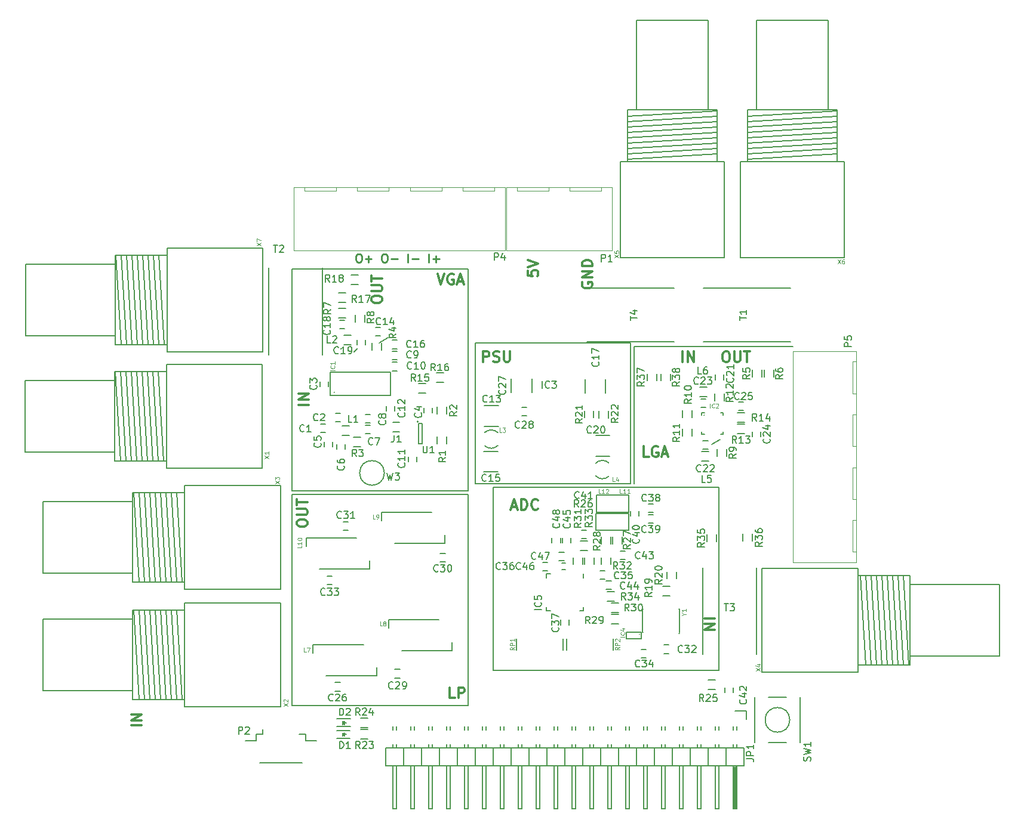
<source format=gbr>
G04 #@! TF.FileFunction,Legend,Top*
%FSLAX46Y46*%
G04 Gerber Fmt 4.6, Leading zero omitted, Abs format (unit mm)*
G04 Created by KiCad (PCBNEW (2016-10-09 revision 6d27087)-master) date 2016 November 17, Thursday 15:53:54*
%MOMM*%
%LPD*%
G01*
G04 APERTURE LIST*
%ADD10C,0.100000*%
%ADD11C,0.250000*%
%ADD12C,0.300000*%
%ADD13C,0.200000*%
%ADD14C,0.150000*%
%ADD15C,0.120000*%
%ADD16C,0.119380*%
G04 APERTURE END LIST*
D10*
D11*
X119342857Y-57342857D02*
X119571428Y-57342857D01*
X119685714Y-57400000D01*
X119800000Y-57514285D01*
X119857142Y-57742857D01*
X119857142Y-58142857D01*
X119800000Y-58371428D01*
X119685714Y-58485714D01*
X119571428Y-58542857D01*
X119342857Y-58542857D01*
X119228571Y-58485714D01*
X119114285Y-58371428D01*
X119057142Y-58142857D01*
X119057142Y-57742857D01*
X119114285Y-57514285D01*
X119228571Y-57400000D01*
X119342857Y-57342857D01*
X120371428Y-58085714D02*
X121285714Y-58085714D01*
X120828571Y-58542857D02*
X120828571Y-57628571D01*
X123000000Y-57342857D02*
X123228571Y-57342857D01*
X123342857Y-57400000D01*
X123457142Y-57514285D01*
X123514285Y-57742857D01*
X123514285Y-58142857D01*
X123457142Y-58371428D01*
X123342857Y-58485714D01*
X123228571Y-58542857D01*
X123000000Y-58542857D01*
X122885714Y-58485714D01*
X122771428Y-58371428D01*
X122714285Y-58142857D01*
X122714285Y-57742857D01*
X122771428Y-57514285D01*
X122885714Y-57400000D01*
X123000000Y-57342857D01*
X124028571Y-58085714D02*
X124942857Y-58085714D01*
X126428571Y-58542857D02*
X126428571Y-57342857D01*
X127000000Y-58085714D02*
X127914285Y-58085714D01*
X129400000Y-58542857D02*
X129400000Y-57342857D01*
X129971428Y-58085714D02*
X130885714Y-58085714D01*
X130428571Y-58542857D02*
X130428571Y-57628571D01*
D12*
X168446428Y-109139285D02*
X169946428Y-109139285D01*
X168446428Y-109853571D02*
X169946428Y-109853571D01*
X168446428Y-110710714D01*
X169946428Y-110710714D01*
X171410000Y-71218571D02*
X171695714Y-71218571D01*
X171838571Y-71290000D01*
X171981428Y-71432857D01*
X172052857Y-71718571D01*
X172052857Y-72218571D01*
X171981428Y-72504285D01*
X171838571Y-72647142D01*
X171695714Y-72718571D01*
X171410000Y-72718571D01*
X171267142Y-72647142D01*
X171124285Y-72504285D01*
X171052857Y-72218571D01*
X171052857Y-71718571D01*
X171124285Y-71432857D01*
X171267142Y-71290000D01*
X171410000Y-71218571D01*
X172695714Y-71218571D02*
X172695714Y-72432857D01*
X172767142Y-72575714D01*
X172838571Y-72647142D01*
X172981428Y-72718571D01*
X173267142Y-72718571D01*
X173410000Y-72647142D01*
X173481428Y-72575714D01*
X173552857Y-72432857D01*
X173552857Y-71218571D01*
X174052857Y-71218571D02*
X174910000Y-71218571D01*
X174481428Y-72718571D02*
X174481428Y-71218571D01*
X165384285Y-72668571D02*
X165384285Y-71168571D01*
X166098571Y-72668571D02*
X166098571Y-71168571D01*
X166955714Y-72668571D01*
X166955714Y-71168571D01*
X151170000Y-61392857D02*
X151098571Y-61535714D01*
X151098571Y-61750000D01*
X151170000Y-61964285D01*
X151312857Y-62107142D01*
X151455714Y-62178571D01*
X151741428Y-62250000D01*
X151955714Y-62250000D01*
X152241428Y-62178571D01*
X152384285Y-62107142D01*
X152527142Y-61964285D01*
X152598571Y-61750000D01*
X152598571Y-61607142D01*
X152527142Y-61392857D01*
X152455714Y-61321428D01*
X151955714Y-61321428D01*
X151955714Y-61607142D01*
X152598571Y-60678571D02*
X151098571Y-60678571D01*
X152598571Y-59821428D01*
X151098571Y-59821428D01*
X152598571Y-59107142D02*
X151098571Y-59107142D01*
X151098571Y-58750000D01*
X151170000Y-58535714D01*
X151312857Y-58392857D01*
X151455714Y-58321428D01*
X151741428Y-58250000D01*
X151955714Y-58250000D01*
X152241428Y-58321428D01*
X152384285Y-58392857D01*
X152527142Y-58535714D01*
X152598571Y-58750000D01*
X152598571Y-59107142D01*
X143398571Y-59725714D02*
X143398571Y-60440000D01*
X144112857Y-60511428D01*
X144041428Y-60440000D01*
X143970000Y-60297142D01*
X143970000Y-59940000D01*
X144041428Y-59797142D01*
X144112857Y-59725714D01*
X144255714Y-59654285D01*
X144612857Y-59654285D01*
X144755714Y-59725714D01*
X144827142Y-59797142D01*
X144898571Y-59940000D01*
X144898571Y-60297142D01*
X144827142Y-60440000D01*
X144755714Y-60511428D01*
X143398571Y-59225714D02*
X144898571Y-58725714D01*
X143398571Y-58225714D01*
X121253571Y-63950000D02*
X121253571Y-63664285D01*
X121325000Y-63521428D01*
X121467857Y-63378571D01*
X121753571Y-63307142D01*
X122253571Y-63307142D01*
X122539285Y-63378571D01*
X122682142Y-63521428D01*
X122753571Y-63664285D01*
X122753571Y-63950000D01*
X122682142Y-64092857D01*
X122539285Y-64235714D01*
X122253571Y-64307142D01*
X121753571Y-64307142D01*
X121467857Y-64235714D01*
X121325000Y-64092857D01*
X121253571Y-63950000D01*
X121253571Y-62664285D02*
X122467857Y-62664285D01*
X122610714Y-62592857D01*
X122682142Y-62521428D01*
X122753571Y-62378571D01*
X122753571Y-62092857D01*
X122682142Y-61950000D01*
X122610714Y-61878571D01*
X122467857Y-61807142D01*
X121253571Y-61807142D01*
X121253571Y-61307142D02*
X121253571Y-60450000D01*
X122753571Y-60878571D02*
X121253571Y-60878571D01*
X112378571Y-78765714D02*
X110878571Y-78765714D01*
X112378571Y-78051428D02*
X110878571Y-78051428D01*
X112378571Y-77194285D01*
X110878571Y-77194285D01*
X110678571Y-95710000D02*
X110678571Y-95424285D01*
X110750000Y-95281428D01*
X110892857Y-95138571D01*
X111178571Y-95067142D01*
X111678571Y-95067142D01*
X111964285Y-95138571D01*
X112107142Y-95281428D01*
X112178571Y-95424285D01*
X112178571Y-95710000D01*
X112107142Y-95852857D01*
X111964285Y-95995714D01*
X111678571Y-96067142D01*
X111178571Y-96067142D01*
X110892857Y-95995714D01*
X110750000Y-95852857D01*
X110678571Y-95710000D01*
X110678571Y-94424285D02*
X111892857Y-94424285D01*
X112035714Y-94352857D01*
X112107142Y-94281428D01*
X112178571Y-94138571D01*
X112178571Y-93852857D01*
X112107142Y-93710000D01*
X112035714Y-93638571D01*
X111892857Y-93567142D01*
X110678571Y-93567142D01*
X110678571Y-93067142D02*
X110678571Y-92210000D01*
X112178571Y-92638571D02*
X110678571Y-92638571D01*
X88678571Y-124285714D02*
X87178571Y-124285714D01*
X88678571Y-123571428D02*
X87178571Y-123571428D01*
X88678571Y-122714285D01*
X87178571Y-122714285D01*
X137107142Y-72678571D02*
X137107142Y-71178571D01*
X137678571Y-71178571D01*
X137821428Y-71250000D01*
X137892857Y-71321428D01*
X137964285Y-71464285D01*
X137964285Y-71678571D01*
X137892857Y-71821428D01*
X137821428Y-71892857D01*
X137678571Y-71964285D01*
X137107142Y-71964285D01*
X138535714Y-72607142D02*
X138750000Y-72678571D01*
X139107142Y-72678571D01*
X139250000Y-72607142D01*
X139321428Y-72535714D01*
X139392857Y-72392857D01*
X139392857Y-72250000D01*
X139321428Y-72107142D01*
X139250000Y-72035714D01*
X139107142Y-71964285D01*
X138821428Y-71892857D01*
X138678571Y-71821428D01*
X138607142Y-71750000D01*
X138535714Y-71607142D01*
X138535714Y-71464285D01*
X138607142Y-71321428D01*
X138678571Y-71250000D01*
X138821428Y-71178571D01*
X139178571Y-71178571D01*
X139392857Y-71250000D01*
X140035714Y-71178571D02*
X140035714Y-72392857D01*
X140107142Y-72535714D01*
X140178571Y-72607142D01*
X140321428Y-72678571D01*
X140607142Y-72678571D01*
X140750000Y-72607142D01*
X140821428Y-72535714D01*
X140892857Y-72392857D01*
X140892857Y-71178571D01*
D13*
X158000000Y-70000000D02*
X136000000Y-70000000D01*
X158000000Y-90000000D02*
X158000000Y-70000000D01*
X136000000Y-90000000D02*
X158000000Y-90000000D01*
X136000000Y-70000000D02*
X136000000Y-90000000D01*
D12*
X133064285Y-120403571D02*
X132350000Y-120403571D01*
X132350000Y-118903571D01*
X133564285Y-120403571D02*
X133564285Y-118903571D01*
X134135714Y-118903571D01*
X134278571Y-118975000D01*
X134350000Y-119046428D01*
X134421428Y-119189285D01*
X134421428Y-119403571D01*
X134350000Y-119546428D01*
X134278571Y-119617857D01*
X134135714Y-119689285D01*
X133564285Y-119689285D01*
X141142857Y-93250000D02*
X141857142Y-93250000D01*
X141000000Y-93678571D02*
X141500000Y-92178571D01*
X142000000Y-93678571D01*
X142500000Y-93678571D02*
X142500000Y-92178571D01*
X142857142Y-92178571D01*
X143071428Y-92250000D01*
X143214285Y-92392857D01*
X143285714Y-92535714D01*
X143357142Y-92821428D01*
X143357142Y-93035714D01*
X143285714Y-93321428D01*
X143214285Y-93464285D01*
X143071428Y-93607142D01*
X142857142Y-93678571D01*
X142500000Y-93678571D01*
X144857142Y-93535714D02*
X144785714Y-93607142D01*
X144571428Y-93678571D01*
X144428571Y-93678571D01*
X144214285Y-93607142D01*
X144071428Y-93464285D01*
X144000000Y-93321428D01*
X143928571Y-93035714D01*
X143928571Y-92821428D01*
X144000000Y-92535714D01*
X144071428Y-92392857D01*
X144214285Y-92250000D01*
X144428571Y-92178571D01*
X144571428Y-92178571D01*
X144785714Y-92250000D01*
X144857142Y-92321428D01*
X130607142Y-60178571D02*
X131107142Y-61678571D01*
X131607142Y-60178571D01*
X132892857Y-60250000D02*
X132750000Y-60178571D01*
X132535714Y-60178571D01*
X132321428Y-60250000D01*
X132178571Y-60392857D01*
X132107142Y-60535714D01*
X132035714Y-60821428D01*
X132035714Y-61035714D01*
X132107142Y-61321428D01*
X132178571Y-61464285D01*
X132321428Y-61607142D01*
X132535714Y-61678571D01*
X132678571Y-61678571D01*
X132892857Y-61607142D01*
X132964285Y-61535714D01*
X132964285Y-61035714D01*
X132678571Y-61035714D01*
X133535714Y-61250000D02*
X134250000Y-61250000D01*
X133392857Y-61678571D02*
X133892857Y-60178571D01*
X134392857Y-61678571D01*
X160571428Y-86178571D02*
X159857142Y-86178571D01*
X159857142Y-84678571D01*
X161857142Y-84750000D02*
X161714285Y-84678571D01*
X161500000Y-84678571D01*
X161285714Y-84750000D01*
X161142857Y-84892857D01*
X161071428Y-85035714D01*
X161000000Y-85321428D01*
X161000000Y-85535714D01*
X161071428Y-85821428D01*
X161142857Y-85964285D01*
X161285714Y-86107142D01*
X161500000Y-86178571D01*
X161642857Y-86178571D01*
X161857142Y-86107142D01*
X161928571Y-86035714D01*
X161928571Y-85535714D01*
X161642857Y-85535714D01*
X162500000Y-85750000D02*
X163214285Y-85750000D01*
X162357142Y-86178571D02*
X162857142Y-84678571D01*
X163357142Y-86178571D01*
D13*
X158500000Y-90000000D02*
X158500000Y-70500000D01*
X158500000Y-70500000D02*
X181000000Y-70500000D01*
X138500000Y-116500000D02*
X138500000Y-90500000D01*
X170500000Y-116500000D02*
X138500000Y-116500000D01*
X170500000Y-90500000D02*
X170500000Y-116500000D01*
X138500000Y-90500000D02*
X170500000Y-90500000D01*
X135000000Y-91500000D02*
X110000000Y-91500000D01*
X135000000Y-121500000D02*
X135000000Y-91500000D01*
X110000000Y-121500000D02*
X135000000Y-121500000D01*
X110000000Y-91500000D02*
X110000000Y-121500000D01*
X110000000Y-91000000D02*
X110000000Y-59500000D01*
X135000000Y-91000000D02*
X110000000Y-91000000D01*
X135000000Y-59500000D02*
X135000000Y-91000000D01*
X110000000Y-59500000D02*
X135000000Y-59500000D01*
X170695000Y-83745000D02*
X169485000Y-84375000D01*
X118770000Y-71260000D02*
X119280000Y-70800000D01*
X123590000Y-69270000D02*
X122350000Y-70040000D01*
D14*
X151330000Y-108050000D02*
X151330000Y-107525000D01*
X146080000Y-108050000D02*
X146080000Y-107525000D01*
X146080000Y-102800000D02*
X146080000Y-103325000D01*
X151330000Y-102800000D02*
X151330000Y-103325000D01*
X146080000Y-108050000D02*
X146605000Y-108050000D01*
X146080000Y-102800000D02*
X146605000Y-102800000D01*
X151330000Y-108050000D02*
X150805000Y-108050000D01*
X116105000Y-118215000D02*
X116805000Y-118215000D01*
X116805000Y-119415000D02*
X116105000Y-119415000D01*
X143248500Y-80347000D02*
X142548500Y-80347000D01*
X142548500Y-79147000D02*
X143248500Y-79147000D01*
X125280000Y-117540000D02*
X124580000Y-117540000D01*
X124580000Y-116340000D02*
X125280000Y-116340000D01*
X131700000Y-101050000D02*
X131000000Y-101050000D01*
X131000000Y-99850000D02*
X131700000Y-99850000D01*
X117255000Y-95415000D02*
X117955000Y-95415000D01*
X117955000Y-96615000D02*
X117255000Y-96615000D01*
X163405000Y-114080000D02*
X162705000Y-114080000D01*
X162705000Y-112880000D02*
X163405000Y-112880000D01*
X115680000Y-104290000D02*
X114980000Y-104290000D01*
X114980000Y-103090000D02*
X115680000Y-103090000D01*
X160180000Y-114680000D02*
X159480000Y-114680000D01*
X159480000Y-113480000D02*
X160180000Y-113480000D01*
X154350000Y-103550000D02*
X153650000Y-103550000D01*
X153650000Y-102350000D02*
X154350000Y-102350000D01*
X146255000Y-102325000D02*
X145555000Y-102325000D01*
X145555000Y-101125000D02*
X146255000Y-101125000D01*
X149305000Y-109325000D02*
X149305000Y-110025000D01*
X148105000Y-110025000D02*
X148105000Y-109325000D01*
X160505000Y-92850000D02*
X161205000Y-92850000D01*
X161205000Y-94050000D02*
X160505000Y-94050000D01*
X161200000Y-95550000D02*
X160500000Y-95550000D01*
X160500000Y-94350000D02*
X161200000Y-94350000D01*
X159205000Y-93850000D02*
X159205000Y-94550000D01*
X158005000Y-94550000D02*
X158005000Y-93850000D01*
X151705000Y-97800000D02*
X151005000Y-97800000D01*
X151005000Y-96600000D02*
X151705000Y-96600000D01*
X171335000Y-119640000D02*
X171335000Y-118940000D01*
X172535000Y-118940000D02*
X172535000Y-119640000D01*
X157255000Y-100775000D02*
X156555000Y-100775000D01*
X156555000Y-99575000D02*
X157255000Y-99575000D01*
X154555000Y-103775000D02*
X155255000Y-103775000D01*
X155255000Y-104975000D02*
X154555000Y-104975000D01*
X149555000Y-97675000D02*
X149555000Y-98375000D01*
X148355000Y-98375000D02*
X148355000Y-97675000D01*
X147855000Y-99675000D02*
X148555000Y-99675000D01*
X148555000Y-100875000D02*
X147855000Y-100875000D01*
X146855000Y-98375000D02*
X146855000Y-97675000D01*
X148055000Y-97675000D02*
X148055000Y-98375000D01*
X117435700Y-125830000D02*
X117185700Y-125580000D01*
X117435700Y-125330000D02*
X117435700Y-125830000D01*
X117185700Y-125580000D02*
X117435700Y-125330000D01*
X117185700Y-125330000D02*
X117185700Y-125830000D01*
X117235700Y-125580000D02*
X117685700Y-125580000D01*
X116335700Y-125030000D02*
X118235700Y-125030000D01*
X116335700Y-126130000D02*
X118235700Y-126130000D01*
X116355000Y-124460000D02*
X118255000Y-124460000D01*
X116355000Y-123360000D02*
X118255000Y-123360000D01*
X117255000Y-123910000D02*
X117705000Y-123910000D01*
X117205000Y-123660000D02*
X117205000Y-124160000D01*
X117205000Y-123910000D02*
X117455000Y-123660000D01*
X117455000Y-123660000D02*
X117455000Y-124160000D01*
X117455000Y-124160000D02*
X117205000Y-123910000D01*
X159230000Y-111355000D02*
G75*
G03X159230000Y-111355000I-50000J0D01*
G01*
X157380000Y-111055000D02*
X157380000Y-111955000D01*
X159480000Y-111055000D02*
X159480000Y-111955000D01*
X157380000Y-111955000D02*
X159480000Y-111955000D01*
X157380000Y-111055000D02*
X159480000Y-111055000D01*
X174100000Y-127489000D02*
X174100000Y-130029000D01*
X174100000Y-127489000D02*
X171560000Y-127489000D01*
X171560000Y-127489000D02*
X171560000Y-130029000D01*
X173084000Y-130029000D02*
X173084000Y-136125000D01*
X173084000Y-136125000D02*
X172576000Y-136125000D01*
X172576000Y-136125000D02*
X172576000Y-130029000D01*
X171560000Y-130029000D02*
X174100000Y-130029000D01*
X169020000Y-130029000D02*
X171560000Y-130029000D01*
X170036000Y-136125000D02*
X170036000Y-130029000D01*
X170544000Y-136125000D02*
X170036000Y-136125000D01*
X170544000Y-130029000D02*
X170544000Y-136125000D01*
X169020000Y-127489000D02*
X169020000Y-130029000D01*
X171560000Y-127489000D02*
X169020000Y-127489000D01*
X171560000Y-127489000D02*
X171560000Y-130029000D01*
X166480000Y-127489000D02*
X166480000Y-130029000D01*
X166480000Y-127489000D02*
X163940000Y-127489000D01*
X163940000Y-127489000D02*
X163940000Y-130029000D01*
X165464000Y-130029000D02*
X165464000Y-136125000D01*
X165464000Y-136125000D02*
X164956000Y-136125000D01*
X164956000Y-136125000D02*
X164956000Y-130029000D01*
X163940000Y-130029000D02*
X166480000Y-130029000D01*
X166480000Y-130029000D02*
X169020000Y-130029000D01*
X167496000Y-136125000D02*
X167496000Y-130029000D01*
X168004000Y-136125000D02*
X167496000Y-136125000D01*
X168004000Y-130029000D02*
X168004000Y-136125000D01*
X166480000Y-127489000D02*
X166480000Y-130029000D01*
X169020000Y-127489000D02*
X166480000Y-127489000D01*
X169020000Y-127489000D02*
X169020000Y-130029000D01*
X158860000Y-127489000D02*
X158860000Y-130029000D01*
X158860000Y-127489000D02*
X156320000Y-127489000D01*
X156320000Y-127489000D02*
X156320000Y-130029000D01*
X157844000Y-130029000D02*
X157844000Y-136125000D01*
X157844000Y-136125000D02*
X157336000Y-136125000D01*
X157336000Y-136125000D02*
X157336000Y-130029000D01*
X156320000Y-130029000D02*
X158860000Y-130029000D01*
X153780000Y-130029000D02*
X156320000Y-130029000D01*
X154796000Y-136125000D02*
X154796000Y-130029000D01*
X155304000Y-136125000D02*
X154796000Y-136125000D01*
X155304000Y-130029000D02*
X155304000Y-136125000D01*
X153780000Y-127489000D02*
X153780000Y-130029000D01*
X156320000Y-127489000D02*
X153780000Y-127489000D01*
X156320000Y-127489000D02*
X156320000Y-130029000D01*
X161400000Y-127489000D02*
X161400000Y-130029000D01*
X161400000Y-127489000D02*
X158860000Y-127489000D01*
X158860000Y-127489000D02*
X158860000Y-130029000D01*
X160384000Y-130029000D02*
X160384000Y-136125000D01*
X160384000Y-136125000D02*
X159876000Y-136125000D01*
X159876000Y-136125000D02*
X159876000Y-130029000D01*
X158860000Y-130029000D02*
X161400000Y-130029000D01*
X161400000Y-130029000D02*
X163940000Y-130029000D01*
X162416000Y-136125000D02*
X162416000Y-130029000D01*
X162924000Y-136125000D02*
X162416000Y-136125000D01*
X162924000Y-130029000D02*
X162924000Y-136125000D01*
X161400000Y-127489000D02*
X161400000Y-130029000D01*
X163940000Y-127489000D02*
X161400000Y-127489000D01*
X163940000Y-127489000D02*
X163940000Y-130029000D01*
X143620000Y-127489000D02*
X143620000Y-130029000D01*
X143620000Y-127489000D02*
X141080000Y-127489000D01*
X141080000Y-127489000D02*
X141080000Y-130029000D01*
X142604000Y-130029000D02*
X142604000Y-136125000D01*
X142604000Y-136125000D02*
X142096000Y-136125000D01*
X142096000Y-136125000D02*
X142096000Y-130029000D01*
X141080000Y-130029000D02*
X143620000Y-130029000D01*
X138540000Y-130029000D02*
X141080000Y-130029000D01*
X139556000Y-136125000D02*
X139556000Y-130029000D01*
X140064000Y-136125000D02*
X139556000Y-136125000D01*
X140064000Y-130029000D02*
X140064000Y-136125000D01*
X138540000Y-127489000D02*
X138540000Y-130029000D01*
X141080000Y-127489000D02*
X138540000Y-127489000D01*
X141080000Y-127489000D02*
X141080000Y-130029000D01*
X136000000Y-127489000D02*
X136000000Y-130029000D01*
X136000000Y-127489000D02*
X133460000Y-127489000D01*
X133460000Y-127489000D02*
X133460000Y-130029000D01*
X134984000Y-130029000D02*
X134984000Y-136125000D01*
X134984000Y-136125000D02*
X134476000Y-136125000D01*
X134476000Y-136125000D02*
X134476000Y-130029000D01*
X133460000Y-130029000D02*
X136000000Y-130029000D01*
X136000000Y-130029000D02*
X138540000Y-130029000D01*
X137016000Y-136125000D02*
X137016000Y-130029000D01*
X137524000Y-136125000D02*
X137016000Y-136125000D01*
X137524000Y-130029000D02*
X137524000Y-136125000D01*
X136000000Y-127489000D02*
X136000000Y-130029000D01*
X138540000Y-127489000D02*
X136000000Y-127489000D01*
X138540000Y-127489000D02*
X138540000Y-130029000D01*
X148700000Y-127489000D02*
X148700000Y-130029000D01*
X148700000Y-127489000D02*
X146160000Y-127489000D01*
X146160000Y-127489000D02*
X146160000Y-130029000D01*
X147684000Y-130029000D02*
X147684000Y-136125000D01*
X147684000Y-136125000D02*
X147176000Y-136125000D01*
X147176000Y-136125000D02*
X147176000Y-130029000D01*
X146160000Y-130029000D02*
X148700000Y-130029000D01*
X143620000Y-130029000D02*
X146160000Y-130029000D01*
X144636000Y-136125000D02*
X144636000Y-130029000D01*
X145144000Y-136125000D02*
X144636000Y-136125000D01*
X145144000Y-130029000D02*
X145144000Y-136125000D01*
X143620000Y-127489000D02*
X143620000Y-130029000D01*
X146160000Y-127489000D02*
X143620000Y-127489000D01*
X146160000Y-127489000D02*
X146160000Y-130029000D01*
X151240000Y-127489000D02*
X151240000Y-130029000D01*
X151240000Y-127489000D02*
X148700000Y-127489000D01*
X148700000Y-127489000D02*
X148700000Y-130029000D01*
X150224000Y-130029000D02*
X150224000Y-136125000D01*
X150224000Y-136125000D02*
X149716000Y-136125000D01*
X149716000Y-136125000D02*
X149716000Y-130029000D01*
X148700000Y-130029000D02*
X151240000Y-130029000D01*
X151240000Y-130029000D02*
X153780000Y-130029000D01*
X152256000Y-136125000D02*
X152256000Y-130029000D01*
X152764000Y-136125000D02*
X152256000Y-136125000D01*
X152764000Y-130029000D02*
X152764000Y-136125000D01*
X151240000Y-127489000D02*
X151240000Y-130029000D01*
X153780000Y-127489000D02*
X151240000Y-127489000D01*
X153780000Y-127489000D02*
X153780000Y-130029000D01*
X123300000Y-127489000D02*
X123300000Y-130029000D01*
X128380000Y-127489000D02*
X128380000Y-130029000D01*
X128380000Y-127489000D02*
X125840000Y-127489000D01*
X125840000Y-127489000D02*
X125840000Y-130029000D01*
X127364000Y-130029000D02*
X127364000Y-136125000D01*
X127364000Y-136125000D02*
X126856000Y-136125000D01*
X126856000Y-136125000D02*
X126856000Y-130029000D01*
X125840000Y-130029000D02*
X128380000Y-130029000D01*
X123300000Y-130029000D02*
X125840000Y-130029000D01*
X124316000Y-136125000D02*
X124316000Y-130029000D01*
X124824000Y-136125000D02*
X124316000Y-136125000D01*
X124824000Y-130029000D02*
X124824000Y-136125000D01*
X125840000Y-127489000D02*
X123300000Y-127489000D01*
X125840000Y-127489000D02*
X125840000Y-130029000D01*
X130920000Y-127489000D02*
X130920000Y-130029000D01*
X130920000Y-127489000D02*
X128380000Y-127489000D01*
X128380000Y-127489000D02*
X128380000Y-130029000D01*
X129904000Y-130029000D02*
X129904000Y-136125000D01*
X129904000Y-136125000D02*
X129396000Y-136125000D01*
X129396000Y-136125000D02*
X129396000Y-130029000D01*
X128380000Y-130029000D02*
X130920000Y-130029000D01*
X130920000Y-130029000D02*
X133460000Y-130029000D01*
X131936000Y-136125000D02*
X131936000Y-130029000D01*
X132444000Y-136125000D02*
X131936000Y-136125000D01*
X132444000Y-130029000D02*
X132444000Y-136125000D01*
X130920000Y-127489000D02*
X130920000Y-130029000D01*
X133460000Y-127489000D02*
X130920000Y-127489000D01*
X133460000Y-127489000D02*
X133460000Y-130029000D01*
X172830000Y-130156000D02*
X172830000Y-135998000D01*
X172703000Y-130156000D02*
X172830000Y-130156000D01*
X172703000Y-135998000D02*
X172703000Y-130156000D01*
X172957000Y-135998000D02*
X172703000Y-135998000D01*
X172957000Y-130029000D02*
X172957000Y-135998000D01*
X174380000Y-122275000D02*
X172830000Y-122275000D01*
X174380000Y-123425000D02*
X174380000Y-122275000D01*
X168004000Y-127489000D02*
X168004000Y-126981000D01*
X167496000Y-127489000D02*
X167496000Y-126981000D01*
X165464000Y-127489000D02*
X165464000Y-126981000D01*
X164956000Y-127489000D02*
X164956000Y-126981000D01*
X170036000Y-127489000D02*
X170036000Y-126981000D01*
X170544000Y-127489000D02*
X170544000Y-126981000D01*
X172576000Y-127489000D02*
X172576000Y-126981000D01*
X173084000Y-127489000D02*
X173084000Y-126981000D01*
X162924000Y-127489000D02*
X162924000Y-126981000D01*
X162416000Y-127489000D02*
X162416000Y-126981000D01*
X160384000Y-127489000D02*
X160384000Y-126981000D01*
X159876000Y-127489000D02*
X159876000Y-126981000D01*
X154796000Y-127489000D02*
X154796000Y-126981000D01*
X155304000Y-127489000D02*
X155304000Y-126981000D01*
X157336000Y-127489000D02*
X157336000Y-126981000D01*
X157844000Y-127489000D02*
X157844000Y-126981000D01*
X137524000Y-127489000D02*
X137524000Y-126981000D01*
X137016000Y-127489000D02*
X137016000Y-126981000D01*
X134984000Y-127489000D02*
X134984000Y-126981000D01*
X134476000Y-127489000D02*
X134476000Y-126981000D01*
X139556000Y-127489000D02*
X139556000Y-126981000D01*
X140064000Y-127489000D02*
X140064000Y-126981000D01*
X142096000Y-127489000D02*
X142096000Y-126981000D01*
X142604000Y-127489000D02*
X142604000Y-126981000D01*
X152764000Y-127489000D02*
X152764000Y-126981000D01*
X152256000Y-127489000D02*
X152256000Y-126981000D01*
X150224000Y-127489000D02*
X150224000Y-126981000D01*
X149716000Y-127489000D02*
X149716000Y-126981000D01*
X144636000Y-127489000D02*
X144636000Y-126981000D01*
X145144000Y-127489000D02*
X145144000Y-126981000D01*
X147176000Y-127489000D02*
X147176000Y-126981000D01*
X147684000Y-127489000D02*
X147684000Y-126981000D01*
X132444000Y-127489000D02*
X132444000Y-126981000D01*
X131936000Y-127489000D02*
X131936000Y-126981000D01*
X129904000Y-127489000D02*
X129904000Y-126981000D01*
X129396000Y-127489000D02*
X129396000Y-126981000D01*
X124316000Y-127489000D02*
X124316000Y-126981000D01*
X124824000Y-127489000D02*
X124824000Y-126981000D01*
X126856000Y-127489000D02*
X126856000Y-126981000D01*
X127364000Y-127489000D02*
X127364000Y-126981000D01*
X152764000Y-124949000D02*
X152764000Y-124441000D01*
X152256000Y-124949000D02*
X152256000Y-124441000D01*
X150224000Y-124949000D02*
X150224000Y-124441000D01*
X149716000Y-124949000D02*
X149716000Y-124441000D01*
X154796000Y-124949000D02*
X154796000Y-124441000D01*
X155304000Y-124949000D02*
X155304000Y-124441000D01*
X157336000Y-124949000D02*
X157336000Y-124441000D01*
X157844000Y-124949000D02*
X157844000Y-124441000D01*
X147684000Y-124949000D02*
X147684000Y-124441000D01*
X147176000Y-124949000D02*
X147176000Y-124441000D01*
X145144000Y-124949000D02*
X145144000Y-124441000D01*
X144636000Y-124949000D02*
X144636000Y-124441000D01*
X139556000Y-124949000D02*
X139556000Y-124441000D01*
X140064000Y-124949000D02*
X140064000Y-124441000D01*
X142096000Y-124949000D02*
X142096000Y-124441000D01*
X142604000Y-124949000D02*
X142604000Y-124441000D01*
X124316000Y-124949000D02*
X124316000Y-124441000D01*
X124824000Y-124949000D02*
X124824000Y-124441000D01*
X126856000Y-124949000D02*
X126856000Y-124441000D01*
X127364000Y-124949000D02*
X127364000Y-124441000D01*
X137524000Y-124949000D02*
X137524000Y-124441000D01*
X137016000Y-124949000D02*
X137016000Y-124441000D01*
X134984000Y-124949000D02*
X134984000Y-124441000D01*
X134476000Y-124949000D02*
X134476000Y-124441000D01*
X129396000Y-124949000D02*
X129396000Y-124441000D01*
X129904000Y-124949000D02*
X129904000Y-124441000D01*
X131936000Y-124949000D02*
X131936000Y-124441000D01*
X132444000Y-124949000D02*
X132444000Y-124441000D01*
X173084000Y-124949000D02*
X173084000Y-124441000D01*
X172576000Y-124949000D02*
X172576000Y-124441000D01*
X170544000Y-124949000D02*
X170544000Y-124441000D01*
X170036000Y-124949000D02*
X170036000Y-124441000D01*
X168004000Y-124949000D02*
X168004000Y-124441000D01*
X167496000Y-124949000D02*
X167496000Y-124441000D01*
X165464000Y-124949000D02*
X165464000Y-124441000D01*
X164956000Y-124949000D02*
X164956000Y-124441000D01*
X159876000Y-124949000D02*
X159876000Y-124441000D01*
X160384000Y-124949000D02*
X160384000Y-124441000D01*
X162416000Y-124949000D02*
X162416000Y-124441000D01*
X162924000Y-124949000D02*
X162924000Y-124441000D01*
X112980000Y-114065000D02*
X112980000Y-112865000D01*
X121980000Y-116065000D02*
X121980000Y-117265000D01*
X112980000Y-112865000D02*
X120130000Y-112865000D01*
X121980000Y-117265000D02*
X114830000Y-117265000D01*
X123680000Y-110490000D02*
X123680000Y-109290000D01*
X132680000Y-112490000D02*
X132680000Y-113690000D01*
X123680000Y-109290000D02*
X130830000Y-109290000D01*
X132680000Y-113690000D02*
X125530000Y-113690000D01*
X122680000Y-94065000D02*
X129830000Y-94065000D01*
X131680000Y-98465000D02*
X124530000Y-98465000D01*
X122680000Y-95265000D02*
X122680000Y-94065000D01*
X131680000Y-97265000D02*
X131680000Y-98465000D01*
X112005000Y-97665000D02*
X119155000Y-97665000D01*
X121005000Y-102065000D02*
X113855000Y-102065000D01*
X112005000Y-98865000D02*
X112005000Y-97665000D01*
X121005000Y-100865000D02*
X121005000Y-102065000D01*
X163555000Y-105905000D02*
X162555000Y-105905000D01*
X162555000Y-104555000D02*
X163555000Y-104555000D01*
X164475000Y-102475000D02*
X164475000Y-103475000D01*
X163125000Y-103475000D02*
X163125000Y-102475000D01*
X151431000Y-80616000D02*
X151431000Y-79616000D01*
X152781000Y-79616000D02*
X152781000Y-80616000D01*
X154876500Y-79628000D02*
X154876500Y-80628000D01*
X153526500Y-80628000D02*
X153526500Y-79628000D01*
X119745000Y-124905000D02*
X120745000Y-124905000D01*
X120745000Y-126255000D02*
X119745000Y-126255000D01*
X120745000Y-124585000D02*
X119745000Y-124585000D01*
X119745000Y-123235000D02*
X120745000Y-123235000D01*
X169975000Y-119215000D02*
X168975000Y-119215000D01*
X168975000Y-117865000D02*
X169975000Y-117865000D01*
X150855000Y-98125000D02*
X151855000Y-98125000D01*
X151855000Y-99475000D02*
X150855000Y-99475000D01*
X156830000Y-97525000D02*
X156830000Y-98525000D01*
X155480000Y-98525000D02*
X155480000Y-97525000D01*
X155180000Y-97525000D02*
X155180000Y-98525000D01*
X153830000Y-98525000D02*
X153830000Y-97525000D01*
X156280000Y-109900000D02*
X155280000Y-109900000D01*
X155280000Y-108550000D02*
X156280000Y-108550000D01*
X155280000Y-106900000D02*
X156280000Y-106900000D01*
X156280000Y-108250000D02*
X155280000Y-108250000D01*
X149830000Y-101450000D02*
X149830000Y-100450000D01*
X151180000Y-100450000D02*
X151180000Y-101450000D01*
X155180000Y-100450000D02*
X155180000Y-101450000D01*
X153830000Y-101450000D02*
X153830000Y-100450000D01*
X152855000Y-100450000D02*
X152855000Y-101450000D01*
X151505000Y-101450000D02*
X151505000Y-100450000D01*
X155705000Y-106625000D02*
X154705000Y-106625000D01*
X154705000Y-105275000D02*
X155705000Y-105275000D01*
X170200000Y-97200000D02*
X170200000Y-98200000D01*
X168850000Y-98200000D02*
X168850000Y-97200000D01*
X175250000Y-97125000D02*
X175250000Y-98125000D01*
X173900000Y-98125000D02*
X173900000Y-97125000D01*
X160325000Y-75375000D02*
X160325000Y-74375000D01*
X161675000Y-74375000D02*
X161675000Y-75375000D01*
X163675000Y-74375000D02*
X163675000Y-75375000D01*
X162325000Y-75375000D02*
X162325000Y-74375000D01*
X148455000Y-112000000D02*
X148455000Y-113600000D01*
X141855000Y-112000000D02*
X141855000Y-113600000D01*
X148955000Y-112000000D02*
X148955000Y-113600000D01*
X155555000Y-112000000D02*
X155555000Y-113600000D01*
X175600000Y-120285000D02*
X175600000Y-126735000D01*
X180125000Y-120285000D02*
X177525000Y-120285000D01*
X182050000Y-120285000D02*
X182050000Y-126735000D01*
X180125000Y-126735000D02*
X177525000Y-126735000D01*
X182025000Y-120285000D02*
X182050000Y-120285000D01*
X175600000Y-120285000D02*
X175625000Y-120285000D01*
X175600000Y-126735000D02*
X175625000Y-126735000D01*
X182050000Y-126735000D02*
X182025000Y-126735000D01*
X180575714Y-123510000D02*
G75*
G03X180575714Y-123510000I-1750714J0D01*
G01*
X85784000Y-70270000D02*
X85022000Y-57570000D01*
X86546000Y-70270000D02*
X85784000Y-57570000D01*
X87308000Y-70270000D02*
X86546000Y-57570000D01*
X88070000Y-70270000D02*
X87308000Y-57570000D01*
X88832000Y-70270000D02*
X88070000Y-57570000D01*
X89594000Y-70270000D02*
X88832000Y-57570000D01*
X90356000Y-70270000D02*
X89594000Y-57570000D01*
X91118000Y-70270000D02*
X90356000Y-57570000D01*
X91880000Y-70270000D02*
X91118000Y-57570000D01*
X84895000Y-70270000D02*
X92261000Y-70270000D01*
X84895000Y-57570000D02*
X92261000Y-57570000D01*
X84895000Y-57570000D02*
X84895000Y-70270000D01*
X84895000Y-69000000D02*
X72195000Y-69000000D01*
X72195000Y-69000000D02*
X72195000Y-58840000D01*
X72195000Y-58840000D02*
X84895000Y-58840000D01*
X92261000Y-56554000D02*
X92261000Y-71286000D01*
X105850000Y-71286000D02*
X105850000Y-56554000D01*
X105850000Y-71286000D02*
X92261000Y-71286000D01*
X105850000Y-56554000D02*
X92261000Y-56554000D01*
X159706617Y-111089951D02*
X159806617Y-111089951D01*
X159706617Y-107789951D02*
X159806617Y-107789951D01*
X164906617Y-111189951D02*
X164806617Y-111189951D01*
X164906617Y-107789951D02*
X164806617Y-107789951D01*
X159706617Y-107789951D02*
X159706617Y-111089951D01*
X164906617Y-107789951D02*
X164906617Y-111089951D01*
X116130000Y-79990000D02*
X116830000Y-79990000D01*
X116830000Y-81190000D02*
X116130000Y-81190000D01*
X124880000Y-72390000D02*
X124180000Y-72390000D01*
X124180000Y-71190000D02*
X124880000Y-71190000D01*
X137275000Y-81825000D02*
X139275000Y-81825000D01*
X139275000Y-78875000D02*
X137275000Y-78875000D01*
X139175000Y-85375000D02*
X137175000Y-85375000D01*
X137175000Y-88325000D02*
X139175000Y-88325000D01*
X151520000Y-75127500D02*
X151520000Y-77127500D01*
X154470000Y-77127500D02*
X154470000Y-75127500D01*
X153050000Y-86050000D02*
X155050000Y-86050000D01*
X155050000Y-83100000D02*
X153050000Y-83100000D01*
X114730000Y-82740000D02*
X114030000Y-82740000D01*
X114030000Y-81540000D02*
X114730000Y-81540000D01*
X115130000Y-75490000D02*
X115130000Y-76190000D01*
X113930000Y-76190000D02*
X113930000Y-75490000D01*
X114530000Y-84740000D02*
X114530000Y-84040000D01*
X115730000Y-84040000D02*
X115730000Y-84740000D01*
X117505000Y-84390000D02*
X117505000Y-85090000D01*
X116305000Y-85090000D02*
X116305000Y-84390000D01*
X120380000Y-81690000D02*
X121080000Y-81690000D01*
X121080000Y-82890000D02*
X120380000Y-82890000D01*
X121080000Y-81340000D02*
X120380000Y-81340000D01*
X120380000Y-80140000D02*
X121080000Y-80140000D01*
X124880000Y-73940000D02*
X124180000Y-73940000D01*
X124180000Y-72740000D02*
X124880000Y-72740000D01*
X124580000Y-78990000D02*
X124580000Y-79690000D01*
X123380000Y-79690000D02*
X123380000Y-78990000D01*
X121805000Y-67815000D02*
X122505000Y-67815000D01*
X122505000Y-69015000D02*
X121805000Y-69015000D01*
X124180000Y-69615000D02*
X124880000Y-69615000D01*
X124880000Y-70815000D02*
X124180000Y-70815000D01*
X117430000Y-67965000D02*
X116730000Y-67965000D01*
X116730000Y-66765000D02*
X117430000Y-66765000D01*
X119230000Y-70240000D02*
X119230000Y-69540000D01*
X120430000Y-69540000D02*
X120430000Y-70240000D01*
X170005000Y-75225000D02*
X170005000Y-74525000D01*
X171205000Y-74525000D02*
X171205000Y-75225000D01*
X168255000Y-83875000D02*
X168955000Y-83875000D01*
X168955000Y-85075000D02*
X168255000Y-85075000D01*
X167955000Y-77975000D02*
X168655000Y-77975000D01*
X168655000Y-79175000D02*
X167955000Y-79175000D01*
X115980000Y-76990000D02*
G75*
G03X115980000Y-76990000I-50000J0D01*
G01*
X123980000Y-74190000D02*
X115430000Y-74190000D01*
X115430000Y-77490000D02*
X123980000Y-77490000D01*
X123980000Y-77490000D02*
X123980000Y-74190000D01*
X115430000Y-77490000D02*
X115430000Y-74190000D01*
X168455000Y-80225000D02*
G75*
G03X168455000Y-80225000I-50000J0D01*
G01*
X168105000Y-79925000D02*
X168455000Y-79925000D01*
X168105000Y-79925000D02*
X168105000Y-80275000D01*
X170755000Y-79925000D02*
X171105000Y-79925000D01*
X171105000Y-79925000D02*
X171105000Y-80275000D01*
X171105000Y-82575000D02*
X171105000Y-82925000D01*
X171105000Y-82925000D02*
X170755000Y-82925000D01*
X168105000Y-82575000D02*
X168105000Y-82925000D01*
X168105000Y-82925000D02*
X168455000Y-82925000D01*
X117130000Y-81765000D02*
X118130000Y-81765000D01*
X118130000Y-83115000D02*
X117130000Y-83115000D01*
X118330000Y-70265000D02*
X117330000Y-70265000D01*
X117330000Y-68915000D02*
X118330000Y-68915000D01*
X137325000Y-84600000D02*
G75*
G03X139175000Y-84550000I900000J950000D01*
G01*
X139175000Y-82750000D02*
G75*
G03X137325000Y-82700000I-950000J-900000D01*
G01*
X154900000Y-87025000D02*
G75*
G03X153050000Y-87075000I-900000J-950000D01*
G01*
X153050000Y-88875000D02*
G75*
G03X154900000Y-88925000I950000J900000D01*
G01*
X169105000Y-86750000D02*
X168105000Y-86750000D01*
X168105000Y-85400000D02*
X169105000Y-85400000D01*
X168805000Y-77650000D02*
X167805000Y-77650000D01*
X167805000Y-76300000D02*
X168805000Y-76300000D01*
X118730000Y-83415000D02*
X119730000Y-83415000D01*
X119730000Y-84765000D02*
X118730000Y-84765000D01*
X117580000Y-66440000D02*
X116580000Y-66440000D01*
X116580000Y-65090000D02*
X117580000Y-65090000D01*
X118955000Y-67040000D02*
X118955000Y-66040000D01*
X120305000Y-66040000D02*
X120305000Y-67040000D01*
X122655000Y-70040000D02*
X122655000Y-71040000D01*
X121305000Y-71040000D02*
X121305000Y-70040000D01*
X166680000Y-79600000D02*
X166680000Y-80600000D01*
X165330000Y-80600000D02*
X165330000Y-79600000D01*
X165330000Y-83225000D02*
X165330000Y-82225000D01*
X166680000Y-82225000D02*
X166680000Y-83225000D01*
X169930000Y-78175000D02*
X169930000Y-77175000D01*
X171280000Y-77175000D02*
X171280000Y-78175000D01*
X174180000Y-82900000D02*
X173180000Y-82900000D01*
X173180000Y-81550000D02*
X174180000Y-81550000D01*
X128705000Y-79940000D02*
X128705000Y-79240000D01*
X129905000Y-79240000D02*
X129905000Y-79940000D01*
X126505000Y-86840000D02*
X126505000Y-86140000D01*
X127705000Y-86140000D02*
X127705000Y-86840000D01*
X127905000Y-81190000D02*
G75*
G03X127905000Y-81190000I-100000J0D01*
G01*
X128455000Y-81440000D02*
X127955000Y-81440000D01*
X128455000Y-84340000D02*
X128455000Y-81440000D01*
X127955000Y-84340000D02*
X128455000Y-84340000D01*
X127955000Y-81440000D02*
X127955000Y-84340000D01*
X123075000Y-88450000D02*
G75*
G03X123075000Y-88450000I-1750000J0D01*
G01*
X131930000Y-83290000D02*
X131930000Y-84290000D01*
X130580000Y-84290000D02*
X130580000Y-83290000D01*
X131930000Y-79090000D02*
X131930000Y-80090000D01*
X130580000Y-80090000D02*
X130580000Y-79090000D01*
X175230000Y-83300000D02*
X175230000Y-82600000D01*
X176430000Y-82600000D02*
X176430000Y-83300000D01*
X174030000Y-79550000D02*
X173330000Y-79550000D01*
X173330000Y-78350000D02*
X174030000Y-78350000D01*
X125255000Y-82615000D02*
X124255000Y-82615000D01*
X124255000Y-81265000D02*
X125255000Y-81265000D01*
X176600000Y-73850000D02*
X176600000Y-74850000D01*
X175250000Y-74850000D02*
X175250000Y-73850000D01*
X178325000Y-73850000D02*
X178325000Y-74850000D01*
X176975000Y-74850000D02*
X176975000Y-73850000D01*
X171580000Y-85075000D02*
X171580000Y-86075000D01*
X170230000Y-86075000D02*
X170230000Y-85075000D01*
X174180000Y-81250000D02*
X173180000Y-81250000D01*
X173180000Y-79900000D02*
X174180000Y-79900000D01*
X127930000Y-75790000D02*
X128930000Y-75790000D01*
X128930000Y-77140000D02*
X127930000Y-77140000D01*
X130455000Y-74240000D02*
X131455000Y-74240000D01*
X131455000Y-75590000D02*
X130455000Y-75590000D01*
X116575000Y-62925000D02*
X117575000Y-62925000D01*
X117575000Y-64275000D02*
X116575000Y-64275000D01*
X118375000Y-60375000D02*
X119375000Y-60375000D01*
X119375000Y-61725000D02*
X118375000Y-61725000D01*
X85704000Y-86770000D02*
X84942000Y-74070000D01*
X86466000Y-86770000D02*
X85704000Y-74070000D01*
X87228000Y-86770000D02*
X86466000Y-74070000D01*
X87990000Y-86770000D02*
X87228000Y-74070000D01*
X88752000Y-86770000D02*
X87990000Y-74070000D01*
X89514000Y-86770000D02*
X88752000Y-74070000D01*
X90276000Y-86770000D02*
X89514000Y-74070000D01*
X91038000Y-86770000D02*
X90276000Y-74070000D01*
X91800000Y-86770000D02*
X91038000Y-74070000D01*
X84815000Y-86770000D02*
X92181000Y-86770000D01*
X84815000Y-74070000D02*
X92181000Y-74070000D01*
X84815000Y-74070000D02*
X84815000Y-86770000D01*
X84815000Y-85500000D02*
X72115000Y-85500000D01*
X72115000Y-85500000D02*
X72115000Y-75340000D01*
X72115000Y-75340000D02*
X84815000Y-75340000D01*
X92181000Y-73054000D02*
X92181000Y-87786000D01*
X105770000Y-87786000D02*
X105770000Y-73054000D01*
X105770000Y-87786000D02*
X92181000Y-87786000D01*
X105770000Y-73054000D02*
X92181000Y-73054000D01*
X88284000Y-120645000D02*
X87522000Y-107945000D01*
X89046000Y-120645000D02*
X88284000Y-107945000D01*
X89808000Y-120645000D02*
X89046000Y-107945000D01*
X90570000Y-120645000D02*
X89808000Y-107945000D01*
X91332000Y-120645000D02*
X90570000Y-107945000D01*
X92094000Y-120645000D02*
X91332000Y-107945000D01*
X92856000Y-120645000D02*
X92094000Y-107945000D01*
X93618000Y-120645000D02*
X92856000Y-107945000D01*
X94380000Y-120645000D02*
X93618000Y-107945000D01*
X87395000Y-120645000D02*
X94761000Y-120645000D01*
X87395000Y-107945000D02*
X94761000Y-107945000D01*
X87395000Y-107945000D02*
X87395000Y-120645000D01*
X87395000Y-119375000D02*
X74695000Y-119375000D01*
X74695000Y-119375000D02*
X74695000Y-109215000D01*
X74695000Y-109215000D02*
X87395000Y-109215000D01*
X94761000Y-106929000D02*
X94761000Y-121661000D01*
X108350000Y-121661000D02*
X108350000Y-106929000D01*
X108350000Y-121661000D02*
X94761000Y-121661000D01*
X108350000Y-106929000D02*
X94761000Y-106929000D01*
X108350000Y-90214000D02*
X94761000Y-90214000D01*
X108350000Y-104946000D02*
X94761000Y-104946000D01*
X108350000Y-104946000D02*
X108350000Y-90214000D01*
X94761000Y-90214000D02*
X94761000Y-104946000D01*
X74695000Y-92500000D02*
X87395000Y-92500000D01*
X74695000Y-102660000D02*
X74695000Y-92500000D01*
X87395000Y-102660000D02*
X74695000Y-102660000D01*
X87395000Y-91230000D02*
X87395000Y-103930000D01*
X87395000Y-91230000D02*
X94761000Y-91230000D01*
X87395000Y-103930000D02*
X94761000Y-103930000D01*
X94380000Y-103930000D02*
X93618000Y-91230000D01*
X93618000Y-103930000D02*
X92856000Y-91230000D01*
X92856000Y-103930000D02*
X92094000Y-91230000D01*
X92094000Y-103930000D02*
X91332000Y-91230000D01*
X91332000Y-103930000D02*
X90570000Y-91230000D01*
X90570000Y-103930000D02*
X89808000Y-91230000D01*
X89808000Y-103930000D02*
X89046000Y-91230000D01*
X89046000Y-103930000D02*
X88284000Y-91230000D01*
X88284000Y-103930000D02*
X87522000Y-91230000D01*
X176650000Y-116746000D02*
X190239000Y-116746000D01*
X176650000Y-102014000D02*
X190239000Y-102014000D01*
X176650000Y-102014000D02*
X176650000Y-116746000D01*
X190239000Y-116746000D02*
X190239000Y-102014000D01*
X210305000Y-114460000D02*
X197605000Y-114460000D01*
X210305000Y-104300000D02*
X210305000Y-114460000D01*
X197605000Y-104300000D02*
X210305000Y-104300000D01*
X197605000Y-115730000D02*
X197605000Y-103030000D01*
X197605000Y-115730000D02*
X190239000Y-115730000D01*
X197605000Y-103030000D02*
X190239000Y-103030000D01*
X190620000Y-103030000D02*
X191382000Y-115730000D01*
X191382000Y-103030000D02*
X192144000Y-115730000D01*
X192144000Y-103030000D02*
X192906000Y-115730000D01*
X192906000Y-103030000D02*
X193668000Y-115730000D01*
X193668000Y-103030000D02*
X194430000Y-115730000D01*
X194430000Y-103030000D02*
X195192000Y-115730000D01*
X195192000Y-103030000D02*
X195954000Y-115730000D01*
X195954000Y-103030000D02*
X196716000Y-115730000D01*
X196716000Y-103030000D02*
X197478000Y-115730000D01*
X157570000Y-37784000D02*
X170270000Y-37022000D01*
X157570000Y-38546000D02*
X170270000Y-37784000D01*
X157570000Y-39308000D02*
X170270000Y-38546000D01*
X157570000Y-40070000D02*
X170270000Y-39308000D01*
X157570000Y-40832000D02*
X170270000Y-40070000D01*
X157570000Y-41594000D02*
X170270000Y-40832000D01*
X157570000Y-42356000D02*
X170270000Y-41594000D01*
X157570000Y-43118000D02*
X170270000Y-42356000D01*
X157570000Y-43880000D02*
X170270000Y-43118000D01*
X157570000Y-36895000D02*
X157570000Y-44261000D01*
X170270000Y-36895000D02*
X170270000Y-44261000D01*
X170270000Y-36895000D02*
X157570000Y-36895000D01*
X158840000Y-36895000D02*
X158840000Y-24195000D01*
X158840000Y-24195000D02*
X169000000Y-24195000D01*
X169000000Y-24195000D02*
X169000000Y-36895000D01*
X171286000Y-44261000D02*
X156554000Y-44261000D01*
X156554000Y-57850000D02*
X171286000Y-57850000D01*
X156554000Y-57850000D02*
X156554000Y-44261000D01*
X171286000Y-57850000D02*
X171286000Y-44261000D01*
X188286000Y-57850000D02*
X188286000Y-44261000D01*
X173554000Y-57850000D02*
X173554000Y-44261000D01*
X173554000Y-57850000D02*
X188286000Y-57850000D01*
X188286000Y-44261000D02*
X173554000Y-44261000D01*
X186000000Y-24195000D02*
X186000000Y-36895000D01*
X175840000Y-24195000D02*
X186000000Y-24195000D01*
X175840000Y-36895000D02*
X175840000Y-24195000D01*
X187270000Y-36895000D02*
X174570000Y-36895000D01*
X187270000Y-36895000D02*
X187270000Y-44261000D01*
X174570000Y-36895000D02*
X174570000Y-44261000D01*
X174570000Y-43880000D02*
X187270000Y-43118000D01*
X174570000Y-43118000D02*
X187270000Y-42356000D01*
X174570000Y-42356000D02*
X187270000Y-41594000D01*
X174570000Y-41594000D02*
X187270000Y-40832000D01*
X174570000Y-40832000D02*
X187270000Y-40070000D01*
X174570000Y-40070000D02*
X187270000Y-39308000D01*
X174570000Y-39308000D02*
X187270000Y-38546000D01*
X174570000Y-38546000D02*
X187270000Y-37784000D01*
X174570000Y-37784000D02*
X187270000Y-37022000D01*
X157730000Y-91625000D02*
X157730000Y-94025000D01*
X153130000Y-94025000D02*
X153130000Y-91625000D01*
X157730000Y-94025000D02*
X153130000Y-94025000D01*
X157730000Y-91625000D02*
X153130000Y-91625000D01*
X157705000Y-94200000D02*
X153105000Y-94200000D01*
X157705000Y-96600000D02*
X153105000Y-96600000D01*
X153105000Y-96600000D02*
X153105000Y-94200000D01*
X157705000Y-94200000D02*
X157705000Y-96600000D01*
X148255000Y-102150000D02*
X148755000Y-102150000D01*
X148755000Y-101200000D02*
X148255000Y-101200000D01*
X105850000Y-125575000D02*
X105850000Y-124825000D01*
X105450000Y-129575000D02*
X111400000Y-129575000D01*
X104900000Y-126475000D02*
X103400000Y-126475000D01*
X104900000Y-125575000D02*
X104900000Y-126475000D01*
X105850000Y-125575000D02*
X104900000Y-125575000D01*
X111950000Y-126475000D02*
X113450000Y-126475000D01*
X111950000Y-125575000D02*
X111950000Y-126475000D01*
X111000000Y-125575000D02*
X111950000Y-125575000D01*
D10*
X141880000Y-48400000D02*
X141880000Y-47900000D01*
X146380000Y-48400000D02*
X141880000Y-48400000D01*
X146380000Y-48400000D02*
X146380000Y-47900000D01*
X153880000Y-48400000D02*
X153880000Y-47900000D01*
X149380000Y-48400000D02*
X149380000Y-47900000D01*
X153880000Y-48400000D02*
X149380000Y-48400000D01*
X155380000Y-47900000D02*
X155380000Y-56900000D01*
X140380000Y-47900000D02*
X155380000Y-47900000D01*
X140380000Y-56900000D02*
X140380000Y-47900000D01*
X155380000Y-56900000D02*
X140380000Y-56900000D01*
X111725000Y-48400000D02*
X111725000Y-47900000D01*
X116225000Y-48400000D02*
X111725000Y-48400000D01*
X116225000Y-47900000D02*
X116225000Y-48400000D01*
X119225000Y-48400000D02*
X119225000Y-47900000D01*
X123725000Y-48400000D02*
X119225000Y-48400000D01*
X123725000Y-47900000D02*
X123725000Y-48400000D01*
X123725000Y-48400000D02*
X123725000Y-47900000D01*
X126725000Y-48400000D02*
X126725000Y-47900000D01*
X131225000Y-48400000D02*
X126725000Y-48400000D01*
X131225000Y-48400000D02*
X131225000Y-47900000D01*
X138725000Y-48400000D02*
X138725000Y-47900000D01*
X134225000Y-48400000D02*
X134225000Y-47900000D01*
X138725000Y-48400000D02*
X134225000Y-48400000D01*
X140225000Y-47900000D02*
X140225000Y-56900000D01*
X110225000Y-47900000D02*
X140225000Y-47900000D01*
X110225000Y-56900000D02*
X110225000Y-47900000D01*
X140225000Y-56900000D02*
X110225000Y-56900000D01*
X189500000Y-72660000D02*
X190000000Y-72660000D01*
X189500000Y-77160000D02*
X189500000Y-72660000D01*
X190000000Y-77160000D02*
X189500000Y-77160000D01*
X189500000Y-80160000D02*
X190000000Y-80160000D01*
X189500000Y-84660000D02*
X189500000Y-80160000D01*
X190000000Y-84660000D02*
X189500000Y-84660000D01*
X189500000Y-84660000D02*
X190000000Y-84660000D01*
X189500000Y-87660000D02*
X190000000Y-87660000D01*
X189500000Y-92160000D02*
X189500000Y-87660000D01*
X189500000Y-92160000D02*
X190000000Y-92160000D01*
X189500000Y-99660000D02*
X190000000Y-99660000D01*
X189500000Y-95160000D02*
X190000000Y-95160000D01*
X189500000Y-99660000D02*
X189500000Y-95160000D01*
X190000000Y-101160000D02*
X181000000Y-101160000D01*
X190000000Y-71160000D02*
X190000000Y-101160000D01*
X181000000Y-71160000D02*
X190000000Y-71160000D01*
X181000000Y-101160000D02*
X181000000Y-71160000D01*
D14*
X144005000Y-77060000D02*
X144005000Y-75060000D01*
X141055000Y-75060000D02*
X141055000Y-77060000D01*
X180660000Y-69810000D02*
X168340000Y-69810000D01*
X180660000Y-62190000D02*
X168340000Y-62190000D01*
X114270000Y-71660000D02*
X114270000Y-59340000D01*
X106650000Y-71660000D02*
X106650000Y-59340000D01*
X175860000Y-114235000D02*
X175860000Y-101915000D01*
X168240000Y-114235000D02*
X168240000Y-101915000D01*
X151840000Y-62190000D02*
X164160000Y-62190000D01*
X151840000Y-69810000D02*
X164160000Y-69810000D01*
X145377380Y-107876190D02*
X144377380Y-107876190D01*
X145282142Y-106828571D02*
X145329761Y-106876190D01*
X145377380Y-107019047D01*
X145377380Y-107114285D01*
X145329761Y-107257142D01*
X145234523Y-107352380D01*
X145139285Y-107400000D01*
X144948809Y-107447619D01*
X144805952Y-107447619D01*
X144615476Y-107400000D01*
X144520238Y-107352380D01*
X144425000Y-107257142D01*
X144377380Y-107114285D01*
X144377380Y-107019047D01*
X144425000Y-106876190D01*
X144472619Y-106828571D01*
X144377380Y-105923809D02*
X144377380Y-106400000D01*
X144853571Y-106447619D01*
X144805952Y-106400000D01*
X144758333Y-106304761D01*
X144758333Y-106066666D01*
X144805952Y-105971428D01*
X144853571Y-105923809D01*
X144948809Y-105876190D01*
X145186904Y-105876190D01*
X145282142Y-105923809D01*
X145329761Y-105971428D01*
X145377380Y-106066666D01*
X145377380Y-106304761D01*
X145329761Y-106400000D01*
X145282142Y-106447619D01*
X115802142Y-120732142D02*
X115754523Y-120779761D01*
X115611666Y-120827380D01*
X115516428Y-120827380D01*
X115373571Y-120779761D01*
X115278333Y-120684523D01*
X115230714Y-120589285D01*
X115183095Y-120398809D01*
X115183095Y-120255952D01*
X115230714Y-120065476D01*
X115278333Y-119970238D01*
X115373571Y-119875000D01*
X115516428Y-119827380D01*
X115611666Y-119827380D01*
X115754523Y-119875000D01*
X115802142Y-119922619D01*
X116183095Y-119922619D02*
X116230714Y-119875000D01*
X116325952Y-119827380D01*
X116564047Y-119827380D01*
X116659285Y-119875000D01*
X116706904Y-119922619D01*
X116754523Y-120017857D01*
X116754523Y-120113095D01*
X116706904Y-120255952D01*
X116135476Y-120827380D01*
X116754523Y-120827380D01*
X117611666Y-119827380D02*
X117421190Y-119827380D01*
X117325952Y-119875000D01*
X117278333Y-119922619D01*
X117183095Y-120065476D01*
X117135476Y-120255952D01*
X117135476Y-120636904D01*
X117183095Y-120732142D01*
X117230714Y-120779761D01*
X117325952Y-120827380D01*
X117516428Y-120827380D01*
X117611666Y-120779761D01*
X117659285Y-120732142D01*
X117706904Y-120636904D01*
X117706904Y-120398809D01*
X117659285Y-120303571D01*
X117611666Y-120255952D01*
X117516428Y-120208333D01*
X117325952Y-120208333D01*
X117230714Y-120255952D01*
X117183095Y-120303571D01*
X117135476Y-120398809D01*
X142255642Y-82004142D02*
X142208023Y-82051761D01*
X142065166Y-82099380D01*
X141969928Y-82099380D01*
X141827071Y-82051761D01*
X141731833Y-81956523D01*
X141684214Y-81861285D01*
X141636595Y-81670809D01*
X141636595Y-81527952D01*
X141684214Y-81337476D01*
X141731833Y-81242238D01*
X141827071Y-81147000D01*
X141969928Y-81099380D01*
X142065166Y-81099380D01*
X142208023Y-81147000D01*
X142255642Y-81194619D01*
X142636595Y-81194619D02*
X142684214Y-81147000D01*
X142779452Y-81099380D01*
X143017547Y-81099380D01*
X143112785Y-81147000D01*
X143160404Y-81194619D01*
X143208023Y-81289857D01*
X143208023Y-81385095D01*
X143160404Y-81527952D01*
X142588976Y-82099380D01*
X143208023Y-82099380D01*
X143779452Y-81527952D02*
X143684214Y-81480333D01*
X143636595Y-81432714D01*
X143588976Y-81337476D01*
X143588976Y-81289857D01*
X143636595Y-81194619D01*
X143684214Y-81147000D01*
X143779452Y-81099380D01*
X143969928Y-81099380D01*
X144065166Y-81147000D01*
X144112785Y-81194619D01*
X144160404Y-81289857D01*
X144160404Y-81337476D01*
X144112785Y-81432714D01*
X144065166Y-81480333D01*
X143969928Y-81527952D01*
X143779452Y-81527952D01*
X143684214Y-81575571D01*
X143636595Y-81623190D01*
X143588976Y-81718428D01*
X143588976Y-81908904D01*
X143636595Y-82004142D01*
X143684214Y-82051761D01*
X143779452Y-82099380D01*
X143969928Y-82099380D01*
X144065166Y-82051761D01*
X144112785Y-82004142D01*
X144160404Y-81908904D01*
X144160404Y-81718428D01*
X144112785Y-81623190D01*
X144065166Y-81575571D01*
X143969928Y-81527952D01*
X124312142Y-119022142D02*
X124264523Y-119069761D01*
X124121666Y-119117380D01*
X124026428Y-119117380D01*
X123883571Y-119069761D01*
X123788333Y-118974523D01*
X123740714Y-118879285D01*
X123693095Y-118688809D01*
X123693095Y-118545952D01*
X123740714Y-118355476D01*
X123788333Y-118260238D01*
X123883571Y-118165000D01*
X124026428Y-118117380D01*
X124121666Y-118117380D01*
X124264523Y-118165000D01*
X124312142Y-118212619D01*
X124693095Y-118212619D02*
X124740714Y-118165000D01*
X124835952Y-118117380D01*
X125074047Y-118117380D01*
X125169285Y-118165000D01*
X125216904Y-118212619D01*
X125264523Y-118307857D01*
X125264523Y-118403095D01*
X125216904Y-118545952D01*
X124645476Y-119117380D01*
X125264523Y-119117380D01*
X125740714Y-119117380D02*
X125931190Y-119117380D01*
X126026428Y-119069761D01*
X126074047Y-119022142D01*
X126169285Y-118879285D01*
X126216904Y-118688809D01*
X126216904Y-118307857D01*
X126169285Y-118212619D01*
X126121666Y-118165000D01*
X126026428Y-118117380D01*
X125835952Y-118117380D01*
X125740714Y-118165000D01*
X125693095Y-118212619D01*
X125645476Y-118307857D01*
X125645476Y-118545952D01*
X125693095Y-118641190D01*
X125740714Y-118688809D01*
X125835952Y-118736428D01*
X126026428Y-118736428D01*
X126121666Y-118688809D01*
X126169285Y-118641190D01*
X126216904Y-118545952D01*
X130707142Y-102382142D02*
X130659523Y-102429761D01*
X130516666Y-102477380D01*
X130421428Y-102477380D01*
X130278571Y-102429761D01*
X130183333Y-102334523D01*
X130135714Y-102239285D01*
X130088095Y-102048809D01*
X130088095Y-101905952D01*
X130135714Y-101715476D01*
X130183333Y-101620238D01*
X130278571Y-101525000D01*
X130421428Y-101477380D01*
X130516666Y-101477380D01*
X130659523Y-101525000D01*
X130707142Y-101572619D01*
X131040476Y-101477380D02*
X131659523Y-101477380D01*
X131326190Y-101858333D01*
X131469047Y-101858333D01*
X131564285Y-101905952D01*
X131611904Y-101953571D01*
X131659523Y-102048809D01*
X131659523Y-102286904D01*
X131611904Y-102382142D01*
X131564285Y-102429761D01*
X131469047Y-102477380D01*
X131183333Y-102477380D01*
X131088095Y-102429761D01*
X131040476Y-102382142D01*
X132278571Y-101477380D02*
X132373809Y-101477380D01*
X132469047Y-101525000D01*
X132516666Y-101572619D01*
X132564285Y-101667857D01*
X132611904Y-101858333D01*
X132611904Y-102096428D01*
X132564285Y-102286904D01*
X132516666Y-102382142D01*
X132469047Y-102429761D01*
X132373809Y-102477380D01*
X132278571Y-102477380D01*
X132183333Y-102429761D01*
X132135714Y-102382142D01*
X132088095Y-102286904D01*
X132040476Y-102096428D01*
X132040476Y-101858333D01*
X132088095Y-101667857D01*
X132135714Y-101572619D01*
X132183333Y-101525000D01*
X132278571Y-101477380D01*
X116977142Y-94807142D02*
X116929523Y-94854761D01*
X116786666Y-94902380D01*
X116691428Y-94902380D01*
X116548571Y-94854761D01*
X116453333Y-94759523D01*
X116405714Y-94664285D01*
X116358095Y-94473809D01*
X116358095Y-94330952D01*
X116405714Y-94140476D01*
X116453333Y-94045238D01*
X116548571Y-93950000D01*
X116691428Y-93902380D01*
X116786666Y-93902380D01*
X116929523Y-93950000D01*
X116977142Y-93997619D01*
X117310476Y-93902380D02*
X117929523Y-93902380D01*
X117596190Y-94283333D01*
X117739047Y-94283333D01*
X117834285Y-94330952D01*
X117881904Y-94378571D01*
X117929523Y-94473809D01*
X117929523Y-94711904D01*
X117881904Y-94807142D01*
X117834285Y-94854761D01*
X117739047Y-94902380D01*
X117453333Y-94902380D01*
X117358095Y-94854761D01*
X117310476Y-94807142D01*
X118881904Y-94902380D02*
X118310476Y-94902380D01*
X118596190Y-94902380D02*
X118596190Y-93902380D01*
X118500952Y-94045238D01*
X118405714Y-94140476D01*
X118310476Y-94188095D01*
X165357142Y-113857142D02*
X165309523Y-113904761D01*
X165166666Y-113952380D01*
X165071428Y-113952380D01*
X164928571Y-113904761D01*
X164833333Y-113809523D01*
X164785714Y-113714285D01*
X164738095Y-113523809D01*
X164738095Y-113380952D01*
X164785714Y-113190476D01*
X164833333Y-113095238D01*
X164928571Y-113000000D01*
X165071428Y-112952380D01*
X165166666Y-112952380D01*
X165309523Y-113000000D01*
X165357142Y-113047619D01*
X165690476Y-112952380D02*
X166309523Y-112952380D01*
X165976190Y-113333333D01*
X166119047Y-113333333D01*
X166214285Y-113380952D01*
X166261904Y-113428571D01*
X166309523Y-113523809D01*
X166309523Y-113761904D01*
X166261904Y-113857142D01*
X166214285Y-113904761D01*
X166119047Y-113952380D01*
X165833333Y-113952380D01*
X165738095Y-113904761D01*
X165690476Y-113857142D01*
X166690476Y-113047619D02*
X166738095Y-113000000D01*
X166833333Y-112952380D01*
X167071428Y-112952380D01*
X167166666Y-113000000D01*
X167214285Y-113047619D01*
X167261904Y-113142857D01*
X167261904Y-113238095D01*
X167214285Y-113380952D01*
X166642857Y-113952380D01*
X167261904Y-113952380D01*
X114677142Y-105727142D02*
X114629523Y-105774761D01*
X114486666Y-105822380D01*
X114391428Y-105822380D01*
X114248571Y-105774761D01*
X114153333Y-105679523D01*
X114105714Y-105584285D01*
X114058095Y-105393809D01*
X114058095Y-105250952D01*
X114105714Y-105060476D01*
X114153333Y-104965238D01*
X114248571Y-104870000D01*
X114391428Y-104822380D01*
X114486666Y-104822380D01*
X114629523Y-104870000D01*
X114677142Y-104917619D01*
X115010476Y-104822380D02*
X115629523Y-104822380D01*
X115296190Y-105203333D01*
X115439047Y-105203333D01*
X115534285Y-105250952D01*
X115581904Y-105298571D01*
X115629523Y-105393809D01*
X115629523Y-105631904D01*
X115581904Y-105727142D01*
X115534285Y-105774761D01*
X115439047Y-105822380D01*
X115153333Y-105822380D01*
X115058095Y-105774761D01*
X115010476Y-105727142D01*
X115962857Y-104822380D02*
X116581904Y-104822380D01*
X116248571Y-105203333D01*
X116391428Y-105203333D01*
X116486666Y-105250952D01*
X116534285Y-105298571D01*
X116581904Y-105393809D01*
X116581904Y-105631904D01*
X116534285Y-105727142D01*
X116486666Y-105774761D01*
X116391428Y-105822380D01*
X116105714Y-105822380D01*
X116010476Y-105774761D01*
X115962857Y-105727142D01*
X159282142Y-115907142D02*
X159234523Y-115954761D01*
X159091666Y-116002380D01*
X158996428Y-116002380D01*
X158853571Y-115954761D01*
X158758333Y-115859523D01*
X158710714Y-115764285D01*
X158663095Y-115573809D01*
X158663095Y-115430952D01*
X158710714Y-115240476D01*
X158758333Y-115145238D01*
X158853571Y-115050000D01*
X158996428Y-115002380D01*
X159091666Y-115002380D01*
X159234523Y-115050000D01*
X159282142Y-115097619D01*
X159615476Y-115002380D02*
X160234523Y-115002380D01*
X159901190Y-115383333D01*
X160044047Y-115383333D01*
X160139285Y-115430952D01*
X160186904Y-115478571D01*
X160234523Y-115573809D01*
X160234523Y-115811904D01*
X160186904Y-115907142D01*
X160139285Y-115954761D01*
X160044047Y-116002380D01*
X159758333Y-116002380D01*
X159663095Y-115954761D01*
X159615476Y-115907142D01*
X161091666Y-115335714D02*
X161091666Y-116002380D01*
X160853571Y-114954761D02*
X160615476Y-115669047D01*
X161234523Y-115669047D01*
X156332142Y-103382142D02*
X156284523Y-103429761D01*
X156141666Y-103477380D01*
X156046428Y-103477380D01*
X155903571Y-103429761D01*
X155808333Y-103334523D01*
X155760714Y-103239285D01*
X155713095Y-103048809D01*
X155713095Y-102905952D01*
X155760714Y-102715476D01*
X155808333Y-102620238D01*
X155903571Y-102525000D01*
X156046428Y-102477380D01*
X156141666Y-102477380D01*
X156284523Y-102525000D01*
X156332142Y-102572619D01*
X156665476Y-102477380D02*
X157284523Y-102477380D01*
X156951190Y-102858333D01*
X157094047Y-102858333D01*
X157189285Y-102905952D01*
X157236904Y-102953571D01*
X157284523Y-103048809D01*
X157284523Y-103286904D01*
X157236904Y-103382142D01*
X157189285Y-103429761D01*
X157094047Y-103477380D01*
X156808333Y-103477380D01*
X156713095Y-103429761D01*
X156665476Y-103382142D01*
X158189285Y-102477380D02*
X157713095Y-102477380D01*
X157665476Y-102953571D01*
X157713095Y-102905952D01*
X157808333Y-102858333D01*
X158046428Y-102858333D01*
X158141666Y-102905952D01*
X158189285Y-102953571D01*
X158236904Y-103048809D01*
X158236904Y-103286904D01*
X158189285Y-103382142D01*
X158141666Y-103429761D01*
X158046428Y-103477380D01*
X157808333Y-103477380D01*
X157713095Y-103429761D01*
X157665476Y-103382142D01*
X139532142Y-102057142D02*
X139484523Y-102104761D01*
X139341666Y-102152380D01*
X139246428Y-102152380D01*
X139103571Y-102104761D01*
X139008333Y-102009523D01*
X138960714Y-101914285D01*
X138913095Y-101723809D01*
X138913095Y-101580952D01*
X138960714Y-101390476D01*
X139008333Y-101295238D01*
X139103571Y-101200000D01*
X139246428Y-101152380D01*
X139341666Y-101152380D01*
X139484523Y-101200000D01*
X139532142Y-101247619D01*
X139865476Y-101152380D02*
X140484523Y-101152380D01*
X140151190Y-101533333D01*
X140294047Y-101533333D01*
X140389285Y-101580952D01*
X140436904Y-101628571D01*
X140484523Y-101723809D01*
X140484523Y-101961904D01*
X140436904Y-102057142D01*
X140389285Y-102104761D01*
X140294047Y-102152380D01*
X140008333Y-102152380D01*
X139913095Y-102104761D01*
X139865476Y-102057142D01*
X141341666Y-101152380D02*
X141151190Y-101152380D01*
X141055952Y-101200000D01*
X141008333Y-101247619D01*
X140913095Y-101390476D01*
X140865476Y-101580952D01*
X140865476Y-101961904D01*
X140913095Y-102057142D01*
X140960714Y-102104761D01*
X141055952Y-102152380D01*
X141246428Y-102152380D01*
X141341666Y-102104761D01*
X141389285Y-102057142D01*
X141436904Y-101961904D01*
X141436904Y-101723809D01*
X141389285Y-101628571D01*
X141341666Y-101580952D01*
X141246428Y-101533333D01*
X141055952Y-101533333D01*
X140960714Y-101580952D01*
X140913095Y-101628571D01*
X140865476Y-101723809D01*
X147737142Y-110367857D02*
X147784761Y-110415476D01*
X147832380Y-110558333D01*
X147832380Y-110653571D01*
X147784761Y-110796428D01*
X147689523Y-110891666D01*
X147594285Y-110939285D01*
X147403809Y-110986904D01*
X147260952Y-110986904D01*
X147070476Y-110939285D01*
X146975238Y-110891666D01*
X146880000Y-110796428D01*
X146832380Y-110653571D01*
X146832380Y-110558333D01*
X146880000Y-110415476D01*
X146927619Y-110367857D01*
X146832380Y-110034523D02*
X146832380Y-109415476D01*
X147213333Y-109748809D01*
X147213333Y-109605952D01*
X147260952Y-109510714D01*
X147308571Y-109463095D01*
X147403809Y-109415476D01*
X147641904Y-109415476D01*
X147737142Y-109463095D01*
X147784761Y-109510714D01*
X147832380Y-109605952D01*
X147832380Y-109891666D01*
X147784761Y-109986904D01*
X147737142Y-110034523D01*
X146832380Y-109082142D02*
X146832380Y-108415476D01*
X147832380Y-108844047D01*
X160232142Y-92382142D02*
X160184523Y-92429761D01*
X160041666Y-92477380D01*
X159946428Y-92477380D01*
X159803571Y-92429761D01*
X159708333Y-92334523D01*
X159660714Y-92239285D01*
X159613095Y-92048809D01*
X159613095Y-91905952D01*
X159660714Y-91715476D01*
X159708333Y-91620238D01*
X159803571Y-91525000D01*
X159946428Y-91477380D01*
X160041666Y-91477380D01*
X160184523Y-91525000D01*
X160232142Y-91572619D01*
X160565476Y-91477380D02*
X161184523Y-91477380D01*
X160851190Y-91858333D01*
X160994047Y-91858333D01*
X161089285Y-91905952D01*
X161136904Y-91953571D01*
X161184523Y-92048809D01*
X161184523Y-92286904D01*
X161136904Y-92382142D01*
X161089285Y-92429761D01*
X160994047Y-92477380D01*
X160708333Y-92477380D01*
X160613095Y-92429761D01*
X160565476Y-92382142D01*
X161755952Y-91905952D02*
X161660714Y-91858333D01*
X161613095Y-91810714D01*
X161565476Y-91715476D01*
X161565476Y-91667857D01*
X161613095Y-91572619D01*
X161660714Y-91525000D01*
X161755952Y-91477380D01*
X161946428Y-91477380D01*
X162041666Y-91525000D01*
X162089285Y-91572619D01*
X162136904Y-91667857D01*
X162136904Y-91715476D01*
X162089285Y-91810714D01*
X162041666Y-91858333D01*
X161946428Y-91905952D01*
X161755952Y-91905952D01*
X161660714Y-91953571D01*
X161613095Y-92001190D01*
X161565476Y-92096428D01*
X161565476Y-92286904D01*
X161613095Y-92382142D01*
X161660714Y-92429761D01*
X161755952Y-92477380D01*
X161946428Y-92477380D01*
X162041666Y-92429761D01*
X162089285Y-92382142D01*
X162136904Y-92286904D01*
X162136904Y-92096428D01*
X162089285Y-92001190D01*
X162041666Y-91953571D01*
X161946428Y-91905952D01*
X160202142Y-96807142D02*
X160154523Y-96854761D01*
X160011666Y-96902380D01*
X159916428Y-96902380D01*
X159773571Y-96854761D01*
X159678333Y-96759523D01*
X159630714Y-96664285D01*
X159583095Y-96473809D01*
X159583095Y-96330952D01*
X159630714Y-96140476D01*
X159678333Y-96045238D01*
X159773571Y-95950000D01*
X159916428Y-95902380D01*
X160011666Y-95902380D01*
X160154523Y-95950000D01*
X160202142Y-95997619D01*
X160535476Y-95902380D02*
X161154523Y-95902380D01*
X160821190Y-96283333D01*
X160964047Y-96283333D01*
X161059285Y-96330952D01*
X161106904Y-96378571D01*
X161154523Y-96473809D01*
X161154523Y-96711904D01*
X161106904Y-96807142D01*
X161059285Y-96854761D01*
X160964047Y-96902380D01*
X160678333Y-96902380D01*
X160583095Y-96854761D01*
X160535476Y-96807142D01*
X161630714Y-96902380D02*
X161821190Y-96902380D01*
X161916428Y-96854761D01*
X161964047Y-96807142D01*
X162059285Y-96664285D01*
X162106904Y-96473809D01*
X162106904Y-96092857D01*
X162059285Y-95997619D01*
X162011666Y-95950000D01*
X161916428Y-95902380D01*
X161725952Y-95902380D01*
X161630714Y-95950000D01*
X161583095Y-95997619D01*
X161535476Y-96092857D01*
X161535476Y-96330952D01*
X161583095Y-96426190D01*
X161630714Y-96473809D01*
X161725952Y-96521428D01*
X161916428Y-96521428D01*
X162011666Y-96473809D01*
X162059285Y-96426190D01*
X162106904Y-96330952D01*
X159157142Y-97817857D02*
X159204761Y-97865476D01*
X159252380Y-98008333D01*
X159252380Y-98103571D01*
X159204761Y-98246428D01*
X159109523Y-98341666D01*
X159014285Y-98389285D01*
X158823809Y-98436904D01*
X158680952Y-98436904D01*
X158490476Y-98389285D01*
X158395238Y-98341666D01*
X158300000Y-98246428D01*
X158252380Y-98103571D01*
X158252380Y-98008333D01*
X158300000Y-97865476D01*
X158347619Y-97817857D01*
X158585714Y-96960714D02*
X159252380Y-96960714D01*
X158204761Y-97198809D02*
X158919047Y-97436904D01*
X158919047Y-96817857D01*
X158252380Y-96246428D02*
X158252380Y-96151190D01*
X158300000Y-96055952D01*
X158347619Y-96008333D01*
X158442857Y-95960714D01*
X158633333Y-95913095D01*
X158871428Y-95913095D01*
X159061904Y-95960714D01*
X159157142Y-96008333D01*
X159204761Y-96055952D01*
X159252380Y-96151190D01*
X159252380Y-96246428D01*
X159204761Y-96341666D01*
X159157142Y-96389285D01*
X159061904Y-96436904D01*
X158871428Y-96484523D01*
X158633333Y-96484523D01*
X158442857Y-96436904D01*
X158347619Y-96389285D01*
X158300000Y-96341666D01*
X158252380Y-96246428D01*
X150682142Y-92007142D02*
X150634523Y-92054761D01*
X150491666Y-92102380D01*
X150396428Y-92102380D01*
X150253571Y-92054761D01*
X150158333Y-91959523D01*
X150110714Y-91864285D01*
X150063095Y-91673809D01*
X150063095Y-91530952D01*
X150110714Y-91340476D01*
X150158333Y-91245238D01*
X150253571Y-91150000D01*
X150396428Y-91102380D01*
X150491666Y-91102380D01*
X150634523Y-91150000D01*
X150682142Y-91197619D01*
X151539285Y-91435714D02*
X151539285Y-92102380D01*
X151301190Y-91054761D02*
X151063095Y-91769047D01*
X151682142Y-91769047D01*
X152586904Y-92102380D02*
X152015476Y-92102380D01*
X152301190Y-92102380D02*
X152301190Y-91102380D01*
X152205952Y-91245238D01*
X152110714Y-91340476D01*
X152015476Y-91388095D01*
X174357142Y-120642857D02*
X174404761Y-120690476D01*
X174452380Y-120833333D01*
X174452380Y-120928571D01*
X174404761Y-121071428D01*
X174309523Y-121166666D01*
X174214285Y-121214285D01*
X174023809Y-121261904D01*
X173880952Y-121261904D01*
X173690476Y-121214285D01*
X173595238Y-121166666D01*
X173500000Y-121071428D01*
X173452380Y-120928571D01*
X173452380Y-120833333D01*
X173500000Y-120690476D01*
X173547619Y-120642857D01*
X173785714Y-119785714D02*
X174452380Y-119785714D01*
X173404761Y-120023809D02*
X174119047Y-120261904D01*
X174119047Y-119642857D01*
X173547619Y-119309523D02*
X173500000Y-119261904D01*
X173452380Y-119166666D01*
X173452380Y-118928571D01*
X173500000Y-118833333D01*
X173547619Y-118785714D01*
X173642857Y-118738095D01*
X173738095Y-118738095D01*
X173880952Y-118785714D01*
X174452380Y-119357142D01*
X174452380Y-118738095D01*
X159307142Y-100532142D02*
X159259523Y-100579761D01*
X159116666Y-100627380D01*
X159021428Y-100627380D01*
X158878571Y-100579761D01*
X158783333Y-100484523D01*
X158735714Y-100389285D01*
X158688095Y-100198809D01*
X158688095Y-100055952D01*
X158735714Y-99865476D01*
X158783333Y-99770238D01*
X158878571Y-99675000D01*
X159021428Y-99627380D01*
X159116666Y-99627380D01*
X159259523Y-99675000D01*
X159307142Y-99722619D01*
X160164285Y-99960714D02*
X160164285Y-100627380D01*
X159926190Y-99579761D02*
X159688095Y-100294047D01*
X160307142Y-100294047D01*
X160592857Y-99627380D02*
X161211904Y-99627380D01*
X160878571Y-100008333D01*
X161021428Y-100008333D01*
X161116666Y-100055952D01*
X161164285Y-100103571D01*
X161211904Y-100198809D01*
X161211904Y-100436904D01*
X161164285Y-100532142D01*
X161116666Y-100579761D01*
X161021428Y-100627380D01*
X160735714Y-100627380D01*
X160640476Y-100579761D01*
X160592857Y-100532142D01*
X157182142Y-104832142D02*
X157134523Y-104879761D01*
X156991666Y-104927380D01*
X156896428Y-104927380D01*
X156753571Y-104879761D01*
X156658333Y-104784523D01*
X156610714Y-104689285D01*
X156563095Y-104498809D01*
X156563095Y-104355952D01*
X156610714Y-104165476D01*
X156658333Y-104070238D01*
X156753571Y-103975000D01*
X156896428Y-103927380D01*
X156991666Y-103927380D01*
X157134523Y-103975000D01*
X157182142Y-104022619D01*
X158039285Y-104260714D02*
X158039285Y-104927380D01*
X157801190Y-103879761D02*
X157563095Y-104594047D01*
X158182142Y-104594047D01*
X158991666Y-104260714D02*
X158991666Y-104927380D01*
X158753571Y-103879761D02*
X158515476Y-104594047D01*
X159134523Y-104594047D01*
X149362142Y-95667857D02*
X149409761Y-95715476D01*
X149457380Y-95858333D01*
X149457380Y-95953571D01*
X149409761Y-96096428D01*
X149314523Y-96191666D01*
X149219285Y-96239285D01*
X149028809Y-96286904D01*
X148885952Y-96286904D01*
X148695476Y-96239285D01*
X148600238Y-96191666D01*
X148505000Y-96096428D01*
X148457380Y-95953571D01*
X148457380Y-95858333D01*
X148505000Y-95715476D01*
X148552619Y-95667857D01*
X148790714Y-94810714D02*
X149457380Y-94810714D01*
X148409761Y-95048809D02*
X149124047Y-95286904D01*
X149124047Y-94667857D01*
X148457380Y-93810714D02*
X148457380Y-94286904D01*
X148933571Y-94334523D01*
X148885952Y-94286904D01*
X148838333Y-94191666D01*
X148838333Y-93953571D01*
X148885952Y-93858333D01*
X148933571Y-93810714D01*
X149028809Y-93763095D01*
X149266904Y-93763095D01*
X149362142Y-93810714D01*
X149409761Y-93858333D01*
X149457380Y-93953571D01*
X149457380Y-94191666D01*
X149409761Y-94286904D01*
X149362142Y-94334523D01*
X144562142Y-100632142D02*
X144514523Y-100679761D01*
X144371666Y-100727380D01*
X144276428Y-100727380D01*
X144133571Y-100679761D01*
X144038333Y-100584523D01*
X143990714Y-100489285D01*
X143943095Y-100298809D01*
X143943095Y-100155952D01*
X143990714Y-99965476D01*
X144038333Y-99870238D01*
X144133571Y-99775000D01*
X144276428Y-99727380D01*
X144371666Y-99727380D01*
X144514523Y-99775000D01*
X144562142Y-99822619D01*
X145419285Y-100060714D02*
X145419285Y-100727380D01*
X145181190Y-99679761D02*
X144943095Y-100394047D01*
X145562142Y-100394047D01*
X145847857Y-99727380D02*
X146514523Y-99727380D01*
X146085952Y-100727380D01*
X147857142Y-95617857D02*
X147904761Y-95665476D01*
X147952380Y-95808333D01*
X147952380Y-95903571D01*
X147904761Y-96046428D01*
X147809523Y-96141666D01*
X147714285Y-96189285D01*
X147523809Y-96236904D01*
X147380952Y-96236904D01*
X147190476Y-96189285D01*
X147095238Y-96141666D01*
X147000000Y-96046428D01*
X146952380Y-95903571D01*
X146952380Y-95808333D01*
X147000000Y-95665476D01*
X147047619Y-95617857D01*
X147285714Y-94760714D02*
X147952380Y-94760714D01*
X146904761Y-94998809D02*
X147619047Y-95236904D01*
X147619047Y-94617857D01*
X147380952Y-94094047D02*
X147333333Y-94189285D01*
X147285714Y-94236904D01*
X147190476Y-94284523D01*
X147142857Y-94284523D01*
X147047619Y-94236904D01*
X147000000Y-94189285D01*
X146952380Y-94094047D01*
X146952380Y-93903571D01*
X147000000Y-93808333D01*
X147047619Y-93760714D01*
X147142857Y-93713095D01*
X147190476Y-93713095D01*
X147285714Y-93760714D01*
X147333333Y-93808333D01*
X147380952Y-93903571D01*
X147380952Y-94094047D01*
X147428571Y-94189285D01*
X147476190Y-94236904D01*
X147571428Y-94284523D01*
X147761904Y-94284523D01*
X147857142Y-94236904D01*
X147904761Y-94189285D01*
X147952380Y-94094047D01*
X147952380Y-93903571D01*
X147904761Y-93808333D01*
X147857142Y-93760714D01*
X147761904Y-93713095D01*
X147571428Y-93713095D01*
X147476190Y-93760714D01*
X147428571Y-93808333D01*
X147380952Y-93903571D01*
X116736904Y-127577380D02*
X116736904Y-126577380D01*
X116975000Y-126577380D01*
X117117857Y-126625000D01*
X117213095Y-126720238D01*
X117260714Y-126815476D01*
X117308333Y-127005952D01*
X117308333Y-127148809D01*
X117260714Y-127339285D01*
X117213095Y-127434523D01*
X117117857Y-127529761D01*
X116975000Y-127577380D01*
X116736904Y-127577380D01*
X118260714Y-127577380D02*
X117689285Y-127577380D01*
X117975000Y-127577380D02*
X117975000Y-126577380D01*
X117879761Y-126720238D01*
X117784523Y-126815476D01*
X117689285Y-126863095D01*
X116716904Y-122862380D02*
X116716904Y-121862380D01*
X116955000Y-121862380D01*
X117097857Y-121910000D01*
X117193095Y-122005238D01*
X117240714Y-122100476D01*
X117288333Y-122290952D01*
X117288333Y-122433809D01*
X117240714Y-122624285D01*
X117193095Y-122719523D01*
X117097857Y-122814761D01*
X116955000Y-122862380D01*
X116716904Y-122862380D01*
X117669285Y-121957619D02*
X117716904Y-121910000D01*
X117812142Y-121862380D01*
X118050238Y-121862380D01*
X118145476Y-121910000D01*
X118193095Y-121957619D01*
X118240714Y-122052857D01*
X118240714Y-122148095D01*
X118193095Y-122290952D01*
X117621666Y-122862380D01*
X118240714Y-122862380D01*
D15*
X157171428Y-111710714D02*
X156571428Y-111710714D01*
X157114285Y-111082142D02*
X157142857Y-111110714D01*
X157171428Y-111196428D01*
X157171428Y-111253571D01*
X157142857Y-111339285D01*
X157085714Y-111396428D01*
X157028571Y-111425000D01*
X156914285Y-111453571D01*
X156828571Y-111453571D01*
X156714285Y-111425000D01*
X156657142Y-111396428D01*
X156600000Y-111339285D01*
X156571428Y-111253571D01*
X156571428Y-111196428D01*
X156600000Y-111110714D01*
X156628571Y-111082142D01*
X156771428Y-110567857D02*
X157171428Y-110567857D01*
X156542857Y-110710714D02*
X156971428Y-110853571D01*
X156971428Y-110482142D01*
D14*
X174452380Y-129033333D02*
X175166666Y-129033333D01*
X175309523Y-129080952D01*
X175404761Y-129176190D01*
X175452380Y-129319047D01*
X175452380Y-129414285D01*
X175452380Y-128557142D02*
X174452380Y-128557142D01*
X174452380Y-128176190D01*
X174500000Y-128080952D01*
X174547619Y-128033333D01*
X174642857Y-127985714D01*
X174785714Y-127985714D01*
X174880952Y-128033333D01*
X174928571Y-128080952D01*
X174976190Y-128176190D01*
X174976190Y-128557142D01*
X175452380Y-127033333D02*
X175452380Y-127604761D01*
X175452380Y-127319047D02*
X174452380Y-127319047D01*
X174595238Y-127414285D01*
X174690476Y-127509523D01*
X174738095Y-127604761D01*
D15*
X111985000Y-113856428D02*
X111699285Y-113856428D01*
X111699285Y-113256428D01*
X112127857Y-113256428D02*
X112527857Y-113256428D01*
X112270714Y-113856428D01*
X122765000Y-110166428D02*
X122479285Y-110166428D01*
X122479285Y-109566428D01*
X123050714Y-109823571D02*
X122993571Y-109795000D01*
X122965000Y-109766428D01*
X122936428Y-109709285D01*
X122936428Y-109680714D01*
X122965000Y-109623571D01*
X122993571Y-109595000D01*
X123050714Y-109566428D01*
X123165000Y-109566428D01*
X123222142Y-109595000D01*
X123250714Y-109623571D01*
X123279285Y-109680714D01*
X123279285Y-109709285D01*
X123250714Y-109766428D01*
X123222142Y-109795000D01*
X123165000Y-109823571D01*
X123050714Y-109823571D01*
X122993571Y-109852142D01*
X122965000Y-109880714D01*
X122936428Y-109937857D01*
X122936428Y-110052142D01*
X122965000Y-110109285D01*
X122993571Y-110137857D01*
X123050714Y-110166428D01*
X123165000Y-110166428D01*
X123222142Y-110137857D01*
X123250714Y-110109285D01*
X123279285Y-110052142D01*
X123279285Y-109937857D01*
X123250714Y-109880714D01*
X123222142Y-109852142D01*
X123165000Y-109823571D01*
X121770000Y-94951428D02*
X121484285Y-94951428D01*
X121484285Y-94351428D01*
X121998571Y-94951428D02*
X122112857Y-94951428D01*
X122170000Y-94922857D01*
X122198571Y-94894285D01*
X122255714Y-94808571D01*
X122284285Y-94694285D01*
X122284285Y-94465714D01*
X122255714Y-94408571D01*
X122227142Y-94380000D01*
X122170000Y-94351428D01*
X122055714Y-94351428D01*
X121998571Y-94380000D01*
X121970000Y-94408571D01*
X121941428Y-94465714D01*
X121941428Y-94608571D01*
X121970000Y-94665714D01*
X121998571Y-94694285D01*
X122055714Y-94722857D01*
X122170000Y-94722857D01*
X122227142Y-94694285D01*
X122255714Y-94665714D01*
X122284285Y-94608571D01*
X111371428Y-98755714D02*
X111371428Y-99041428D01*
X110771428Y-99041428D01*
X111371428Y-98241428D02*
X111371428Y-98584285D01*
X111371428Y-98412857D02*
X110771428Y-98412857D01*
X110857142Y-98470000D01*
X110914285Y-98527142D01*
X110942857Y-98584285D01*
X110771428Y-97870000D02*
X110771428Y-97812857D01*
X110800000Y-97755714D01*
X110828571Y-97727142D01*
X110885714Y-97698571D01*
X111000000Y-97670000D01*
X111142857Y-97670000D01*
X111257142Y-97698571D01*
X111314285Y-97727142D01*
X111342857Y-97755714D01*
X111371428Y-97812857D01*
X111371428Y-97870000D01*
X111342857Y-97927142D01*
X111314285Y-97955714D01*
X111257142Y-97984285D01*
X111142857Y-98012857D01*
X111000000Y-98012857D01*
X110885714Y-97984285D01*
X110828571Y-97955714D01*
X110800000Y-97927142D01*
X110771428Y-97870000D01*
D14*
X161002380Y-105417857D02*
X160526190Y-105751190D01*
X161002380Y-105989285D02*
X160002380Y-105989285D01*
X160002380Y-105608333D01*
X160050000Y-105513095D01*
X160097619Y-105465476D01*
X160192857Y-105417857D01*
X160335714Y-105417857D01*
X160430952Y-105465476D01*
X160478571Y-105513095D01*
X160526190Y-105608333D01*
X160526190Y-105989285D01*
X161002380Y-104465476D02*
X161002380Y-105036904D01*
X161002380Y-104751190D02*
X160002380Y-104751190D01*
X160145238Y-104846428D01*
X160240476Y-104941666D01*
X160288095Y-105036904D01*
X161002380Y-103989285D02*
X161002380Y-103798809D01*
X160954761Y-103703571D01*
X160907142Y-103655952D01*
X160764285Y-103560714D01*
X160573809Y-103513095D01*
X160192857Y-103513095D01*
X160097619Y-103560714D01*
X160050000Y-103608333D01*
X160002380Y-103703571D01*
X160002380Y-103894047D01*
X160050000Y-103989285D01*
X160097619Y-104036904D01*
X160192857Y-104084523D01*
X160430952Y-104084523D01*
X160526190Y-104036904D01*
X160573809Y-103989285D01*
X160621428Y-103894047D01*
X160621428Y-103703571D01*
X160573809Y-103608333D01*
X160526190Y-103560714D01*
X160430952Y-103513095D01*
X162452380Y-103592857D02*
X161976190Y-103926190D01*
X162452380Y-104164285D02*
X161452380Y-104164285D01*
X161452380Y-103783333D01*
X161500000Y-103688095D01*
X161547619Y-103640476D01*
X161642857Y-103592857D01*
X161785714Y-103592857D01*
X161880952Y-103640476D01*
X161928571Y-103688095D01*
X161976190Y-103783333D01*
X161976190Y-104164285D01*
X161547619Y-103211904D02*
X161500000Y-103164285D01*
X161452380Y-103069047D01*
X161452380Y-102830952D01*
X161500000Y-102735714D01*
X161547619Y-102688095D01*
X161642857Y-102640476D01*
X161738095Y-102640476D01*
X161880952Y-102688095D01*
X162452380Y-103259523D01*
X162452380Y-102640476D01*
X161452380Y-102021428D02*
X161452380Y-101926190D01*
X161500000Y-101830952D01*
X161547619Y-101783333D01*
X161642857Y-101735714D01*
X161833333Y-101688095D01*
X162071428Y-101688095D01*
X162261904Y-101735714D01*
X162357142Y-101783333D01*
X162404761Y-101830952D01*
X162452380Y-101926190D01*
X162452380Y-102021428D01*
X162404761Y-102116666D01*
X162357142Y-102164285D01*
X162261904Y-102211904D01*
X162071428Y-102259523D01*
X161833333Y-102259523D01*
X161642857Y-102211904D01*
X161547619Y-102164285D01*
X161500000Y-102116666D01*
X161452380Y-102021428D01*
X151162380Y-80772857D02*
X150686190Y-81106190D01*
X151162380Y-81344285D02*
X150162380Y-81344285D01*
X150162380Y-80963333D01*
X150210000Y-80868095D01*
X150257619Y-80820476D01*
X150352857Y-80772857D01*
X150495714Y-80772857D01*
X150590952Y-80820476D01*
X150638571Y-80868095D01*
X150686190Y-80963333D01*
X150686190Y-81344285D01*
X150257619Y-80391904D02*
X150210000Y-80344285D01*
X150162380Y-80249047D01*
X150162380Y-80010952D01*
X150210000Y-79915714D01*
X150257619Y-79868095D01*
X150352857Y-79820476D01*
X150448095Y-79820476D01*
X150590952Y-79868095D01*
X151162380Y-80439523D01*
X151162380Y-79820476D01*
X151162380Y-78868095D02*
X151162380Y-79439523D01*
X151162380Y-79153809D02*
X150162380Y-79153809D01*
X150305238Y-79249047D01*
X150400476Y-79344285D01*
X150448095Y-79439523D01*
X156252380Y-80702857D02*
X155776190Y-81036190D01*
X156252380Y-81274285D02*
X155252380Y-81274285D01*
X155252380Y-80893333D01*
X155300000Y-80798095D01*
X155347619Y-80750476D01*
X155442857Y-80702857D01*
X155585714Y-80702857D01*
X155680952Y-80750476D01*
X155728571Y-80798095D01*
X155776190Y-80893333D01*
X155776190Y-81274285D01*
X155347619Y-80321904D02*
X155300000Y-80274285D01*
X155252380Y-80179047D01*
X155252380Y-79940952D01*
X155300000Y-79845714D01*
X155347619Y-79798095D01*
X155442857Y-79750476D01*
X155538095Y-79750476D01*
X155680952Y-79798095D01*
X156252380Y-80369523D01*
X156252380Y-79750476D01*
X155347619Y-79369523D02*
X155300000Y-79321904D01*
X155252380Y-79226666D01*
X155252380Y-78988571D01*
X155300000Y-78893333D01*
X155347619Y-78845714D01*
X155442857Y-78798095D01*
X155538095Y-78798095D01*
X155680952Y-78845714D01*
X156252380Y-79417142D01*
X156252380Y-78798095D01*
X119632142Y-127577380D02*
X119298809Y-127101190D01*
X119060714Y-127577380D02*
X119060714Y-126577380D01*
X119441666Y-126577380D01*
X119536904Y-126625000D01*
X119584523Y-126672619D01*
X119632142Y-126767857D01*
X119632142Y-126910714D01*
X119584523Y-127005952D01*
X119536904Y-127053571D01*
X119441666Y-127101190D01*
X119060714Y-127101190D01*
X120013095Y-126672619D02*
X120060714Y-126625000D01*
X120155952Y-126577380D01*
X120394047Y-126577380D01*
X120489285Y-126625000D01*
X120536904Y-126672619D01*
X120584523Y-126767857D01*
X120584523Y-126863095D01*
X120536904Y-127005952D01*
X119965476Y-127577380D01*
X120584523Y-127577380D01*
X120917857Y-126577380D02*
X121536904Y-126577380D01*
X121203571Y-126958333D01*
X121346428Y-126958333D01*
X121441666Y-127005952D01*
X121489285Y-127053571D01*
X121536904Y-127148809D01*
X121536904Y-127386904D01*
X121489285Y-127482142D01*
X121441666Y-127529761D01*
X121346428Y-127577380D01*
X121060714Y-127577380D01*
X120965476Y-127529761D01*
X120917857Y-127482142D01*
X119607142Y-122852380D02*
X119273809Y-122376190D01*
X119035714Y-122852380D02*
X119035714Y-121852380D01*
X119416666Y-121852380D01*
X119511904Y-121900000D01*
X119559523Y-121947619D01*
X119607142Y-122042857D01*
X119607142Y-122185714D01*
X119559523Y-122280952D01*
X119511904Y-122328571D01*
X119416666Y-122376190D01*
X119035714Y-122376190D01*
X119988095Y-121947619D02*
X120035714Y-121900000D01*
X120130952Y-121852380D01*
X120369047Y-121852380D01*
X120464285Y-121900000D01*
X120511904Y-121947619D01*
X120559523Y-122042857D01*
X120559523Y-122138095D01*
X120511904Y-122280952D01*
X119940476Y-122852380D01*
X120559523Y-122852380D01*
X121416666Y-122185714D02*
X121416666Y-122852380D01*
X121178571Y-121804761D02*
X120940476Y-122519047D01*
X121559523Y-122519047D01*
X168357142Y-120892380D02*
X168023809Y-120416190D01*
X167785714Y-120892380D02*
X167785714Y-119892380D01*
X168166666Y-119892380D01*
X168261904Y-119940000D01*
X168309523Y-119987619D01*
X168357142Y-120082857D01*
X168357142Y-120225714D01*
X168309523Y-120320952D01*
X168261904Y-120368571D01*
X168166666Y-120416190D01*
X167785714Y-120416190D01*
X168738095Y-119987619D02*
X168785714Y-119940000D01*
X168880952Y-119892380D01*
X169119047Y-119892380D01*
X169214285Y-119940000D01*
X169261904Y-119987619D01*
X169309523Y-120082857D01*
X169309523Y-120178095D01*
X169261904Y-120320952D01*
X168690476Y-120892380D01*
X169309523Y-120892380D01*
X170214285Y-119892380D02*
X169738095Y-119892380D01*
X169690476Y-120368571D01*
X169738095Y-120320952D01*
X169833333Y-120273333D01*
X170071428Y-120273333D01*
X170166666Y-120320952D01*
X170214285Y-120368571D01*
X170261904Y-120463809D01*
X170261904Y-120701904D01*
X170214285Y-120797142D01*
X170166666Y-120844761D01*
X170071428Y-120892380D01*
X169833333Y-120892380D01*
X169738095Y-120844761D01*
X169690476Y-120797142D01*
X150632142Y-93302380D02*
X150298809Y-92826190D01*
X150060714Y-93302380D02*
X150060714Y-92302380D01*
X150441666Y-92302380D01*
X150536904Y-92350000D01*
X150584523Y-92397619D01*
X150632142Y-92492857D01*
X150632142Y-92635714D01*
X150584523Y-92730952D01*
X150536904Y-92778571D01*
X150441666Y-92826190D01*
X150060714Y-92826190D01*
X151013095Y-92397619D02*
X151060714Y-92350000D01*
X151155952Y-92302380D01*
X151394047Y-92302380D01*
X151489285Y-92350000D01*
X151536904Y-92397619D01*
X151584523Y-92492857D01*
X151584523Y-92588095D01*
X151536904Y-92730952D01*
X150965476Y-93302380D01*
X151584523Y-93302380D01*
X152441666Y-92302380D02*
X152251190Y-92302380D01*
X152155952Y-92350000D01*
X152108333Y-92397619D01*
X152013095Y-92540476D01*
X151965476Y-92730952D01*
X151965476Y-93111904D01*
X152013095Y-93207142D01*
X152060714Y-93254761D01*
X152155952Y-93302380D01*
X152346428Y-93302380D01*
X152441666Y-93254761D01*
X152489285Y-93207142D01*
X152536904Y-93111904D01*
X152536904Y-92873809D01*
X152489285Y-92778571D01*
X152441666Y-92730952D01*
X152346428Y-92683333D01*
X152155952Y-92683333D01*
X152060714Y-92730952D01*
X152013095Y-92778571D01*
X151965476Y-92873809D01*
X157952380Y-98642857D02*
X157476190Y-98976190D01*
X157952380Y-99214285D02*
X156952380Y-99214285D01*
X156952380Y-98833333D01*
X157000000Y-98738095D01*
X157047619Y-98690476D01*
X157142857Y-98642857D01*
X157285714Y-98642857D01*
X157380952Y-98690476D01*
X157428571Y-98738095D01*
X157476190Y-98833333D01*
X157476190Y-99214285D01*
X157047619Y-98261904D02*
X157000000Y-98214285D01*
X156952380Y-98119047D01*
X156952380Y-97880952D01*
X157000000Y-97785714D01*
X157047619Y-97738095D01*
X157142857Y-97690476D01*
X157238095Y-97690476D01*
X157380952Y-97738095D01*
X157952380Y-98309523D01*
X157952380Y-97690476D01*
X156952380Y-97357142D02*
X156952380Y-96690476D01*
X157952380Y-97119047D01*
X153702380Y-98767857D02*
X153226190Y-99101190D01*
X153702380Y-99339285D02*
X152702380Y-99339285D01*
X152702380Y-98958333D01*
X152750000Y-98863095D01*
X152797619Y-98815476D01*
X152892857Y-98767857D01*
X153035714Y-98767857D01*
X153130952Y-98815476D01*
X153178571Y-98863095D01*
X153226190Y-98958333D01*
X153226190Y-99339285D01*
X152797619Y-98386904D02*
X152750000Y-98339285D01*
X152702380Y-98244047D01*
X152702380Y-98005952D01*
X152750000Y-97910714D01*
X152797619Y-97863095D01*
X152892857Y-97815476D01*
X152988095Y-97815476D01*
X153130952Y-97863095D01*
X153702380Y-98434523D01*
X153702380Y-97815476D01*
X153130952Y-97244047D02*
X153083333Y-97339285D01*
X153035714Y-97386904D01*
X152940476Y-97434523D01*
X152892857Y-97434523D01*
X152797619Y-97386904D01*
X152750000Y-97339285D01*
X152702380Y-97244047D01*
X152702380Y-97053571D01*
X152750000Y-96958333D01*
X152797619Y-96910714D01*
X152892857Y-96863095D01*
X152940476Y-96863095D01*
X153035714Y-96910714D01*
X153083333Y-96958333D01*
X153130952Y-97053571D01*
X153130952Y-97244047D01*
X153178571Y-97339285D01*
X153226190Y-97386904D01*
X153321428Y-97434523D01*
X153511904Y-97434523D01*
X153607142Y-97386904D01*
X153654761Y-97339285D01*
X153702380Y-97244047D01*
X153702380Y-97053571D01*
X153654761Y-96958333D01*
X153607142Y-96910714D01*
X153511904Y-96863095D01*
X153321428Y-96863095D01*
X153226190Y-96910714D01*
X153178571Y-96958333D01*
X153130952Y-97053571D01*
X152207142Y-109827380D02*
X151873809Y-109351190D01*
X151635714Y-109827380D02*
X151635714Y-108827380D01*
X152016666Y-108827380D01*
X152111904Y-108875000D01*
X152159523Y-108922619D01*
X152207142Y-109017857D01*
X152207142Y-109160714D01*
X152159523Y-109255952D01*
X152111904Y-109303571D01*
X152016666Y-109351190D01*
X151635714Y-109351190D01*
X152588095Y-108922619D02*
X152635714Y-108875000D01*
X152730952Y-108827380D01*
X152969047Y-108827380D01*
X153064285Y-108875000D01*
X153111904Y-108922619D01*
X153159523Y-109017857D01*
X153159523Y-109113095D01*
X153111904Y-109255952D01*
X152540476Y-109827380D01*
X153159523Y-109827380D01*
X153635714Y-109827380D02*
X153826190Y-109827380D01*
X153921428Y-109779761D01*
X153969047Y-109732142D01*
X154064285Y-109589285D01*
X154111904Y-109398809D01*
X154111904Y-109017857D01*
X154064285Y-108922619D01*
X154016666Y-108875000D01*
X153921428Y-108827380D01*
X153730952Y-108827380D01*
X153635714Y-108875000D01*
X153588095Y-108922619D01*
X153540476Y-109017857D01*
X153540476Y-109255952D01*
X153588095Y-109351190D01*
X153635714Y-109398809D01*
X153730952Y-109446428D01*
X153921428Y-109446428D01*
X154016666Y-109398809D01*
X154064285Y-109351190D01*
X154111904Y-109255952D01*
X157757142Y-108052380D02*
X157423809Y-107576190D01*
X157185714Y-108052380D02*
X157185714Y-107052380D01*
X157566666Y-107052380D01*
X157661904Y-107100000D01*
X157709523Y-107147619D01*
X157757142Y-107242857D01*
X157757142Y-107385714D01*
X157709523Y-107480952D01*
X157661904Y-107528571D01*
X157566666Y-107576190D01*
X157185714Y-107576190D01*
X158090476Y-107052380D02*
X158709523Y-107052380D01*
X158376190Y-107433333D01*
X158519047Y-107433333D01*
X158614285Y-107480952D01*
X158661904Y-107528571D01*
X158709523Y-107623809D01*
X158709523Y-107861904D01*
X158661904Y-107957142D01*
X158614285Y-108004761D01*
X158519047Y-108052380D01*
X158233333Y-108052380D01*
X158138095Y-108004761D01*
X158090476Y-107957142D01*
X159328571Y-107052380D02*
X159423809Y-107052380D01*
X159519047Y-107100000D01*
X159566666Y-107147619D01*
X159614285Y-107242857D01*
X159661904Y-107433333D01*
X159661904Y-107671428D01*
X159614285Y-107861904D01*
X159566666Y-107957142D01*
X159519047Y-108004761D01*
X159423809Y-108052380D01*
X159328571Y-108052380D01*
X159233333Y-108004761D01*
X159185714Y-107957142D01*
X159138095Y-107861904D01*
X159090476Y-107671428D01*
X159090476Y-107433333D01*
X159138095Y-107242857D01*
X159185714Y-107147619D01*
X159233333Y-107100000D01*
X159328571Y-107052380D01*
X151002380Y-95567857D02*
X150526190Y-95901190D01*
X151002380Y-96139285D02*
X150002380Y-96139285D01*
X150002380Y-95758333D01*
X150050000Y-95663095D01*
X150097619Y-95615476D01*
X150192857Y-95567857D01*
X150335714Y-95567857D01*
X150430952Y-95615476D01*
X150478571Y-95663095D01*
X150526190Y-95758333D01*
X150526190Y-96139285D01*
X150002380Y-95234523D02*
X150002380Y-94615476D01*
X150383333Y-94948809D01*
X150383333Y-94805952D01*
X150430952Y-94710714D01*
X150478571Y-94663095D01*
X150573809Y-94615476D01*
X150811904Y-94615476D01*
X150907142Y-94663095D01*
X150954761Y-94710714D01*
X151002380Y-94805952D01*
X151002380Y-95091666D01*
X150954761Y-95186904D01*
X150907142Y-95234523D01*
X151002380Y-93663095D02*
X151002380Y-94234523D01*
X151002380Y-93948809D02*
X150002380Y-93948809D01*
X150145238Y-94044047D01*
X150240476Y-94139285D01*
X150288095Y-94234523D01*
X156157142Y-102102380D02*
X155823809Y-101626190D01*
X155585714Y-102102380D02*
X155585714Y-101102380D01*
X155966666Y-101102380D01*
X156061904Y-101150000D01*
X156109523Y-101197619D01*
X156157142Y-101292857D01*
X156157142Y-101435714D01*
X156109523Y-101530952D01*
X156061904Y-101578571D01*
X155966666Y-101626190D01*
X155585714Y-101626190D01*
X156490476Y-101102380D02*
X157109523Y-101102380D01*
X156776190Y-101483333D01*
X156919047Y-101483333D01*
X157014285Y-101530952D01*
X157061904Y-101578571D01*
X157109523Y-101673809D01*
X157109523Y-101911904D01*
X157061904Y-102007142D01*
X157014285Y-102054761D01*
X156919047Y-102102380D01*
X156633333Y-102102380D01*
X156538095Y-102054761D01*
X156490476Y-102007142D01*
X157490476Y-101197619D02*
X157538095Y-101150000D01*
X157633333Y-101102380D01*
X157871428Y-101102380D01*
X157966666Y-101150000D01*
X158014285Y-101197619D01*
X158061904Y-101292857D01*
X158061904Y-101388095D01*
X158014285Y-101530952D01*
X157442857Y-102102380D01*
X158061904Y-102102380D01*
X152577380Y-95492857D02*
X152101190Y-95826190D01*
X152577380Y-96064285D02*
X151577380Y-96064285D01*
X151577380Y-95683333D01*
X151625000Y-95588095D01*
X151672619Y-95540476D01*
X151767857Y-95492857D01*
X151910714Y-95492857D01*
X152005952Y-95540476D01*
X152053571Y-95588095D01*
X152101190Y-95683333D01*
X152101190Y-96064285D01*
X151577380Y-95159523D02*
X151577380Y-94540476D01*
X151958333Y-94873809D01*
X151958333Y-94730952D01*
X152005952Y-94635714D01*
X152053571Y-94588095D01*
X152148809Y-94540476D01*
X152386904Y-94540476D01*
X152482142Y-94588095D01*
X152529761Y-94635714D01*
X152577380Y-94730952D01*
X152577380Y-95016666D01*
X152529761Y-95111904D01*
X152482142Y-95159523D01*
X151577380Y-94207142D02*
X151577380Y-93588095D01*
X151958333Y-93921428D01*
X151958333Y-93778571D01*
X152005952Y-93683333D01*
X152053571Y-93635714D01*
X152148809Y-93588095D01*
X152386904Y-93588095D01*
X152482142Y-93635714D01*
X152529761Y-93683333D01*
X152577380Y-93778571D01*
X152577380Y-94064285D01*
X152529761Y-94159523D01*
X152482142Y-94207142D01*
X157282142Y-106452380D02*
X156948809Y-105976190D01*
X156710714Y-106452380D02*
X156710714Y-105452380D01*
X157091666Y-105452380D01*
X157186904Y-105500000D01*
X157234523Y-105547619D01*
X157282142Y-105642857D01*
X157282142Y-105785714D01*
X157234523Y-105880952D01*
X157186904Y-105928571D01*
X157091666Y-105976190D01*
X156710714Y-105976190D01*
X157615476Y-105452380D02*
X158234523Y-105452380D01*
X157901190Y-105833333D01*
X158044047Y-105833333D01*
X158139285Y-105880952D01*
X158186904Y-105928571D01*
X158234523Y-106023809D01*
X158234523Y-106261904D01*
X158186904Y-106357142D01*
X158139285Y-106404761D01*
X158044047Y-106452380D01*
X157758333Y-106452380D01*
X157663095Y-106404761D01*
X157615476Y-106357142D01*
X159091666Y-105785714D02*
X159091666Y-106452380D01*
X158853571Y-105404761D02*
X158615476Y-106119047D01*
X159234523Y-106119047D01*
X168497380Y-98342857D02*
X168021190Y-98676190D01*
X168497380Y-98914285D02*
X167497380Y-98914285D01*
X167497380Y-98533333D01*
X167545000Y-98438095D01*
X167592619Y-98390476D01*
X167687857Y-98342857D01*
X167830714Y-98342857D01*
X167925952Y-98390476D01*
X167973571Y-98438095D01*
X168021190Y-98533333D01*
X168021190Y-98914285D01*
X167497380Y-98009523D02*
X167497380Y-97390476D01*
X167878333Y-97723809D01*
X167878333Y-97580952D01*
X167925952Y-97485714D01*
X167973571Y-97438095D01*
X168068809Y-97390476D01*
X168306904Y-97390476D01*
X168402142Y-97438095D01*
X168449761Y-97485714D01*
X168497380Y-97580952D01*
X168497380Y-97866666D01*
X168449761Y-97961904D01*
X168402142Y-98009523D01*
X167497380Y-96485714D02*
X167497380Y-96961904D01*
X167973571Y-97009523D01*
X167925952Y-96961904D01*
X167878333Y-96866666D01*
X167878333Y-96628571D01*
X167925952Y-96533333D01*
X167973571Y-96485714D01*
X168068809Y-96438095D01*
X168306904Y-96438095D01*
X168402142Y-96485714D01*
X168449761Y-96533333D01*
X168497380Y-96628571D01*
X168497380Y-96866666D01*
X168449761Y-96961904D01*
X168402142Y-97009523D01*
X176672380Y-98267857D02*
X176196190Y-98601190D01*
X176672380Y-98839285D02*
X175672380Y-98839285D01*
X175672380Y-98458333D01*
X175720000Y-98363095D01*
X175767619Y-98315476D01*
X175862857Y-98267857D01*
X176005714Y-98267857D01*
X176100952Y-98315476D01*
X176148571Y-98363095D01*
X176196190Y-98458333D01*
X176196190Y-98839285D01*
X175672380Y-97934523D02*
X175672380Y-97315476D01*
X176053333Y-97648809D01*
X176053333Y-97505952D01*
X176100952Y-97410714D01*
X176148571Y-97363095D01*
X176243809Y-97315476D01*
X176481904Y-97315476D01*
X176577142Y-97363095D01*
X176624761Y-97410714D01*
X176672380Y-97505952D01*
X176672380Y-97791666D01*
X176624761Y-97886904D01*
X176577142Y-97934523D01*
X175672380Y-96458333D02*
X175672380Y-96648809D01*
X175720000Y-96744047D01*
X175767619Y-96791666D01*
X175910476Y-96886904D01*
X176100952Y-96934523D01*
X176481904Y-96934523D01*
X176577142Y-96886904D01*
X176624761Y-96839285D01*
X176672380Y-96744047D01*
X176672380Y-96553571D01*
X176624761Y-96458333D01*
X176577142Y-96410714D01*
X176481904Y-96363095D01*
X176243809Y-96363095D01*
X176148571Y-96410714D01*
X176100952Y-96458333D01*
X176053333Y-96553571D01*
X176053333Y-96744047D01*
X176100952Y-96839285D01*
X176148571Y-96886904D01*
X176243809Y-96934523D01*
X159952380Y-75497857D02*
X159476190Y-75831190D01*
X159952380Y-76069285D02*
X158952380Y-76069285D01*
X158952380Y-75688333D01*
X159000000Y-75593095D01*
X159047619Y-75545476D01*
X159142857Y-75497857D01*
X159285714Y-75497857D01*
X159380952Y-75545476D01*
X159428571Y-75593095D01*
X159476190Y-75688333D01*
X159476190Y-76069285D01*
X158952380Y-75164523D02*
X158952380Y-74545476D01*
X159333333Y-74878809D01*
X159333333Y-74735952D01*
X159380952Y-74640714D01*
X159428571Y-74593095D01*
X159523809Y-74545476D01*
X159761904Y-74545476D01*
X159857142Y-74593095D01*
X159904761Y-74640714D01*
X159952380Y-74735952D01*
X159952380Y-75021666D01*
X159904761Y-75116904D01*
X159857142Y-75164523D01*
X158952380Y-74212142D02*
X158952380Y-73545476D01*
X159952380Y-73974047D01*
X164952380Y-75517857D02*
X164476190Y-75851190D01*
X164952380Y-76089285D02*
X163952380Y-76089285D01*
X163952380Y-75708333D01*
X164000000Y-75613095D01*
X164047619Y-75565476D01*
X164142857Y-75517857D01*
X164285714Y-75517857D01*
X164380952Y-75565476D01*
X164428571Y-75613095D01*
X164476190Y-75708333D01*
X164476190Y-76089285D01*
X163952380Y-75184523D02*
X163952380Y-74565476D01*
X164333333Y-74898809D01*
X164333333Y-74755952D01*
X164380952Y-74660714D01*
X164428571Y-74613095D01*
X164523809Y-74565476D01*
X164761904Y-74565476D01*
X164857142Y-74613095D01*
X164904761Y-74660714D01*
X164952380Y-74755952D01*
X164952380Y-75041666D01*
X164904761Y-75136904D01*
X164857142Y-75184523D01*
X164380952Y-73994047D02*
X164333333Y-74089285D01*
X164285714Y-74136904D01*
X164190476Y-74184523D01*
X164142857Y-74184523D01*
X164047619Y-74136904D01*
X164000000Y-74089285D01*
X163952380Y-73994047D01*
X163952380Y-73803571D01*
X164000000Y-73708333D01*
X164047619Y-73660714D01*
X164142857Y-73613095D01*
X164190476Y-73613095D01*
X164285714Y-73660714D01*
X164333333Y-73708333D01*
X164380952Y-73803571D01*
X164380952Y-73994047D01*
X164428571Y-74089285D01*
X164476190Y-74136904D01*
X164571428Y-74184523D01*
X164761904Y-74184523D01*
X164857142Y-74136904D01*
X164904761Y-74089285D01*
X164952380Y-73994047D01*
X164952380Y-73803571D01*
X164904761Y-73708333D01*
X164857142Y-73660714D01*
X164761904Y-73613095D01*
X164571428Y-73613095D01*
X164476190Y-73660714D01*
X164428571Y-73708333D01*
X164380952Y-73803571D01*
D15*
X141526428Y-113200000D02*
X141240714Y-113400000D01*
X141526428Y-113542857D02*
X140926428Y-113542857D01*
X140926428Y-113314285D01*
X140955000Y-113257142D01*
X140983571Y-113228571D01*
X141040714Y-113200000D01*
X141126428Y-113200000D01*
X141183571Y-113228571D01*
X141212142Y-113257142D01*
X141240714Y-113314285D01*
X141240714Y-113542857D01*
X141526428Y-112942857D02*
X140926428Y-112942857D01*
X140926428Y-112714285D01*
X140955000Y-112657142D01*
X140983571Y-112628571D01*
X141040714Y-112600000D01*
X141126428Y-112600000D01*
X141183571Y-112628571D01*
X141212142Y-112657142D01*
X141240714Y-112714285D01*
X141240714Y-112942857D01*
X141526428Y-112028571D02*
X141526428Y-112371428D01*
X141526428Y-112200000D02*
X140926428Y-112200000D01*
X141012142Y-112257142D01*
X141069285Y-112314285D01*
X141097857Y-112371428D01*
X156426428Y-113175000D02*
X156140714Y-113375000D01*
X156426428Y-113517857D02*
X155826428Y-113517857D01*
X155826428Y-113289285D01*
X155855000Y-113232142D01*
X155883571Y-113203571D01*
X155940714Y-113175000D01*
X156026428Y-113175000D01*
X156083571Y-113203571D01*
X156112142Y-113232142D01*
X156140714Y-113289285D01*
X156140714Y-113517857D01*
X156426428Y-112917857D02*
X155826428Y-112917857D01*
X155826428Y-112689285D01*
X155855000Y-112632142D01*
X155883571Y-112603571D01*
X155940714Y-112575000D01*
X156026428Y-112575000D01*
X156083571Y-112603571D01*
X156112142Y-112632142D01*
X156140714Y-112689285D01*
X156140714Y-112917857D01*
X155883571Y-112346428D02*
X155855000Y-112317857D01*
X155826428Y-112260714D01*
X155826428Y-112117857D01*
X155855000Y-112060714D01*
X155883571Y-112032142D01*
X155940714Y-112003571D01*
X155997857Y-112003571D01*
X156083571Y-112032142D01*
X156426428Y-112375000D01*
X156426428Y-112003571D01*
D14*
X183479761Y-129333333D02*
X183527380Y-129190476D01*
X183527380Y-128952380D01*
X183479761Y-128857142D01*
X183432142Y-128809523D01*
X183336904Y-128761904D01*
X183241666Y-128761904D01*
X183146428Y-128809523D01*
X183098809Y-128857142D01*
X183051190Y-128952380D01*
X183003571Y-129142857D01*
X182955952Y-129238095D01*
X182908333Y-129285714D01*
X182813095Y-129333333D01*
X182717857Y-129333333D01*
X182622619Y-129285714D01*
X182575000Y-129238095D01*
X182527380Y-129142857D01*
X182527380Y-128904761D01*
X182575000Y-128761904D01*
X182527380Y-128428571D02*
X183527380Y-128190476D01*
X182813095Y-128000000D01*
X183527380Y-127809523D01*
X182527380Y-127571428D01*
X183527380Y-126666666D02*
X183527380Y-127238095D01*
X183527380Y-126952380D02*
X182527380Y-126952380D01*
X182670238Y-127047619D01*
X182765476Y-127142857D01*
X182813095Y-127238095D01*
D15*
X104971428Y-56160714D02*
X105571428Y-55760714D01*
X104971428Y-55760714D02*
X105571428Y-56160714D01*
X104971428Y-55589285D02*
X104971428Y-55189285D01*
X105571428Y-55446428D01*
X165560714Y-108485714D02*
X165846428Y-108485714D01*
X165246428Y-108685714D02*
X165560714Y-108485714D01*
X165246428Y-108285714D01*
X165846428Y-107771428D02*
X165846428Y-108114285D01*
X165846428Y-107942857D02*
X165246428Y-107942857D01*
X165332142Y-108000000D01*
X165389285Y-108057142D01*
X165417857Y-108114285D01*
D14*
X113663333Y-80947142D02*
X113615714Y-80994761D01*
X113472857Y-81042380D01*
X113377619Y-81042380D01*
X113234761Y-80994761D01*
X113139523Y-80899523D01*
X113091904Y-80804285D01*
X113044285Y-80613809D01*
X113044285Y-80470952D01*
X113091904Y-80280476D01*
X113139523Y-80185238D01*
X113234761Y-80090000D01*
X113377619Y-80042380D01*
X113472857Y-80042380D01*
X113615714Y-80090000D01*
X113663333Y-80137619D01*
X114044285Y-80137619D02*
X114091904Y-80090000D01*
X114187142Y-80042380D01*
X114425238Y-80042380D01*
X114520476Y-80090000D01*
X114568095Y-80137619D01*
X114615714Y-80232857D01*
X114615714Y-80328095D01*
X114568095Y-80470952D01*
X113996666Y-81042380D01*
X114615714Y-81042380D01*
X126883333Y-72037142D02*
X126835714Y-72084761D01*
X126692857Y-72132380D01*
X126597619Y-72132380D01*
X126454761Y-72084761D01*
X126359523Y-71989523D01*
X126311904Y-71894285D01*
X126264285Y-71703809D01*
X126264285Y-71560952D01*
X126311904Y-71370476D01*
X126359523Y-71275238D01*
X126454761Y-71180000D01*
X126597619Y-71132380D01*
X126692857Y-71132380D01*
X126835714Y-71180000D01*
X126883333Y-71227619D01*
X127359523Y-72132380D02*
X127550000Y-72132380D01*
X127645238Y-72084761D01*
X127692857Y-72037142D01*
X127788095Y-71894285D01*
X127835714Y-71703809D01*
X127835714Y-71322857D01*
X127788095Y-71227619D01*
X127740476Y-71180000D01*
X127645238Y-71132380D01*
X127454761Y-71132380D01*
X127359523Y-71180000D01*
X127311904Y-71227619D01*
X127264285Y-71322857D01*
X127264285Y-71560952D01*
X127311904Y-71656190D01*
X127359523Y-71703809D01*
X127454761Y-71751428D01*
X127645238Y-71751428D01*
X127740476Y-71703809D01*
X127788095Y-71656190D01*
X127835714Y-71560952D01*
X137662142Y-78327142D02*
X137614523Y-78374761D01*
X137471666Y-78422380D01*
X137376428Y-78422380D01*
X137233571Y-78374761D01*
X137138333Y-78279523D01*
X137090714Y-78184285D01*
X137043095Y-77993809D01*
X137043095Y-77850952D01*
X137090714Y-77660476D01*
X137138333Y-77565238D01*
X137233571Y-77470000D01*
X137376428Y-77422380D01*
X137471666Y-77422380D01*
X137614523Y-77470000D01*
X137662142Y-77517619D01*
X138614523Y-78422380D02*
X138043095Y-78422380D01*
X138328809Y-78422380D02*
X138328809Y-77422380D01*
X138233571Y-77565238D01*
X138138333Y-77660476D01*
X138043095Y-77708095D01*
X138947857Y-77422380D02*
X139566904Y-77422380D01*
X139233571Y-77803333D01*
X139376428Y-77803333D01*
X139471666Y-77850952D01*
X139519285Y-77898571D01*
X139566904Y-77993809D01*
X139566904Y-78231904D01*
X139519285Y-78327142D01*
X139471666Y-78374761D01*
X139376428Y-78422380D01*
X139090714Y-78422380D01*
X138995476Y-78374761D01*
X138947857Y-78327142D01*
X137527142Y-89547142D02*
X137479523Y-89594761D01*
X137336666Y-89642380D01*
X137241428Y-89642380D01*
X137098571Y-89594761D01*
X137003333Y-89499523D01*
X136955714Y-89404285D01*
X136908095Y-89213809D01*
X136908095Y-89070952D01*
X136955714Y-88880476D01*
X137003333Y-88785238D01*
X137098571Y-88690000D01*
X137241428Y-88642380D01*
X137336666Y-88642380D01*
X137479523Y-88690000D01*
X137527142Y-88737619D01*
X138479523Y-89642380D02*
X137908095Y-89642380D01*
X138193809Y-89642380D02*
X138193809Y-88642380D01*
X138098571Y-88785238D01*
X138003333Y-88880476D01*
X137908095Y-88928095D01*
X139384285Y-88642380D02*
X138908095Y-88642380D01*
X138860476Y-89118571D01*
X138908095Y-89070952D01*
X139003333Y-89023333D01*
X139241428Y-89023333D01*
X139336666Y-89070952D01*
X139384285Y-89118571D01*
X139431904Y-89213809D01*
X139431904Y-89451904D01*
X139384285Y-89547142D01*
X139336666Y-89594761D01*
X139241428Y-89642380D01*
X139003333Y-89642380D01*
X138908095Y-89594761D01*
X138860476Y-89547142D01*
X153415642Y-72706357D02*
X153463261Y-72753976D01*
X153510880Y-72896833D01*
X153510880Y-72992071D01*
X153463261Y-73134928D01*
X153368023Y-73230166D01*
X153272785Y-73277785D01*
X153082309Y-73325404D01*
X152939452Y-73325404D01*
X152748976Y-73277785D01*
X152653738Y-73230166D01*
X152558500Y-73134928D01*
X152510880Y-72992071D01*
X152510880Y-72896833D01*
X152558500Y-72753976D01*
X152606119Y-72706357D01*
X153510880Y-71753976D02*
X153510880Y-72325404D01*
X153510880Y-72039690D02*
X152510880Y-72039690D01*
X152653738Y-72134928D01*
X152748976Y-72230166D01*
X152796595Y-72325404D01*
X152510880Y-71420642D02*
X152510880Y-70753976D01*
X153510880Y-71182547D01*
X152427142Y-82707142D02*
X152379523Y-82754761D01*
X152236666Y-82802380D01*
X152141428Y-82802380D01*
X151998571Y-82754761D01*
X151903333Y-82659523D01*
X151855714Y-82564285D01*
X151808095Y-82373809D01*
X151808095Y-82230952D01*
X151855714Y-82040476D01*
X151903333Y-81945238D01*
X151998571Y-81850000D01*
X152141428Y-81802380D01*
X152236666Y-81802380D01*
X152379523Y-81850000D01*
X152427142Y-81897619D01*
X152808095Y-81897619D02*
X152855714Y-81850000D01*
X152950952Y-81802380D01*
X153189047Y-81802380D01*
X153284285Y-81850000D01*
X153331904Y-81897619D01*
X153379523Y-81992857D01*
X153379523Y-82088095D01*
X153331904Y-82230952D01*
X152760476Y-82802380D01*
X153379523Y-82802380D01*
X153998571Y-81802380D02*
X154093809Y-81802380D01*
X154189047Y-81850000D01*
X154236666Y-81897619D01*
X154284285Y-81992857D01*
X154331904Y-82183333D01*
X154331904Y-82421428D01*
X154284285Y-82611904D01*
X154236666Y-82707142D01*
X154189047Y-82754761D01*
X154093809Y-82802380D01*
X153998571Y-82802380D01*
X153903333Y-82754761D01*
X153855714Y-82707142D01*
X153808095Y-82611904D01*
X153760476Y-82421428D01*
X153760476Y-82183333D01*
X153808095Y-81992857D01*
X153855714Y-81897619D01*
X153903333Y-81850000D01*
X153998571Y-81802380D01*
X111703333Y-82517142D02*
X111655714Y-82564761D01*
X111512857Y-82612380D01*
X111417619Y-82612380D01*
X111274761Y-82564761D01*
X111179523Y-82469523D01*
X111131904Y-82374285D01*
X111084285Y-82183809D01*
X111084285Y-82040952D01*
X111131904Y-81850476D01*
X111179523Y-81755238D01*
X111274761Y-81660000D01*
X111417619Y-81612380D01*
X111512857Y-81612380D01*
X111655714Y-81660000D01*
X111703333Y-81707619D01*
X112655714Y-82612380D02*
X112084285Y-82612380D01*
X112370000Y-82612380D02*
X112370000Y-81612380D01*
X112274761Y-81755238D01*
X112179523Y-81850476D01*
X112084285Y-81898095D01*
X113407142Y-75986666D02*
X113454761Y-76034285D01*
X113502380Y-76177142D01*
X113502380Y-76272380D01*
X113454761Y-76415238D01*
X113359523Y-76510476D01*
X113264285Y-76558095D01*
X113073809Y-76605714D01*
X112930952Y-76605714D01*
X112740476Y-76558095D01*
X112645238Y-76510476D01*
X112550000Y-76415238D01*
X112502380Y-76272380D01*
X112502380Y-76177142D01*
X112550000Y-76034285D01*
X112597619Y-75986666D01*
X112502380Y-75653333D02*
X112502380Y-75034285D01*
X112883333Y-75367619D01*
X112883333Y-75224761D01*
X112930952Y-75129523D01*
X112978571Y-75081904D01*
X113073809Y-75034285D01*
X113311904Y-75034285D01*
X113407142Y-75081904D01*
X113454761Y-75129523D01*
X113502380Y-75224761D01*
X113502380Y-75510476D01*
X113454761Y-75605714D01*
X113407142Y-75653333D01*
X114007142Y-84196666D02*
X114054761Y-84244285D01*
X114102380Y-84387142D01*
X114102380Y-84482380D01*
X114054761Y-84625238D01*
X113959523Y-84720476D01*
X113864285Y-84768095D01*
X113673809Y-84815714D01*
X113530952Y-84815714D01*
X113340476Y-84768095D01*
X113245238Y-84720476D01*
X113150000Y-84625238D01*
X113102380Y-84482380D01*
X113102380Y-84387142D01*
X113150000Y-84244285D01*
X113197619Y-84196666D01*
X113102380Y-83291904D02*
X113102380Y-83768095D01*
X113578571Y-83815714D01*
X113530952Y-83768095D01*
X113483333Y-83672857D01*
X113483333Y-83434761D01*
X113530952Y-83339523D01*
X113578571Y-83291904D01*
X113673809Y-83244285D01*
X113911904Y-83244285D01*
X114007142Y-83291904D01*
X114054761Y-83339523D01*
X114102380Y-83434761D01*
X114102380Y-83672857D01*
X114054761Y-83768095D01*
X114007142Y-83815714D01*
X117307142Y-87436666D02*
X117354761Y-87484285D01*
X117402380Y-87627142D01*
X117402380Y-87722380D01*
X117354761Y-87865238D01*
X117259523Y-87960476D01*
X117164285Y-88008095D01*
X116973809Y-88055714D01*
X116830952Y-88055714D01*
X116640476Y-88008095D01*
X116545238Y-87960476D01*
X116450000Y-87865238D01*
X116402380Y-87722380D01*
X116402380Y-87627142D01*
X116450000Y-87484285D01*
X116497619Y-87436666D01*
X116402380Y-86579523D02*
X116402380Y-86770000D01*
X116450000Y-86865238D01*
X116497619Y-86912857D01*
X116640476Y-87008095D01*
X116830952Y-87055714D01*
X117211904Y-87055714D01*
X117307142Y-87008095D01*
X117354761Y-86960476D01*
X117402380Y-86865238D01*
X117402380Y-86674761D01*
X117354761Y-86579523D01*
X117307142Y-86531904D01*
X117211904Y-86484285D01*
X116973809Y-86484285D01*
X116878571Y-86531904D01*
X116830952Y-86579523D01*
X116783333Y-86674761D01*
X116783333Y-86865238D01*
X116830952Y-86960476D01*
X116878571Y-87008095D01*
X116973809Y-87055714D01*
X121453333Y-84357142D02*
X121405714Y-84404761D01*
X121262857Y-84452380D01*
X121167619Y-84452380D01*
X121024761Y-84404761D01*
X120929523Y-84309523D01*
X120881904Y-84214285D01*
X120834285Y-84023809D01*
X120834285Y-83880952D01*
X120881904Y-83690476D01*
X120929523Y-83595238D01*
X121024761Y-83500000D01*
X121167619Y-83452380D01*
X121262857Y-83452380D01*
X121405714Y-83500000D01*
X121453333Y-83547619D01*
X121786666Y-83452380D02*
X122453333Y-83452380D01*
X122024761Y-84452380D01*
X123187142Y-81016666D02*
X123234761Y-81064285D01*
X123282380Y-81207142D01*
X123282380Y-81302380D01*
X123234761Y-81445238D01*
X123139523Y-81540476D01*
X123044285Y-81588095D01*
X122853809Y-81635714D01*
X122710952Y-81635714D01*
X122520476Y-81588095D01*
X122425238Y-81540476D01*
X122330000Y-81445238D01*
X122282380Y-81302380D01*
X122282380Y-81207142D01*
X122330000Y-81064285D01*
X122377619Y-81016666D01*
X122710952Y-80445238D02*
X122663333Y-80540476D01*
X122615714Y-80588095D01*
X122520476Y-80635714D01*
X122472857Y-80635714D01*
X122377619Y-80588095D01*
X122330000Y-80540476D01*
X122282380Y-80445238D01*
X122282380Y-80254761D01*
X122330000Y-80159523D01*
X122377619Y-80111904D01*
X122472857Y-80064285D01*
X122520476Y-80064285D01*
X122615714Y-80111904D01*
X122663333Y-80159523D01*
X122710952Y-80254761D01*
X122710952Y-80445238D01*
X122758571Y-80540476D01*
X122806190Y-80588095D01*
X122901428Y-80635714D01*
X123091904Y-80635714D01*
X123187142Y-80588095D01*
X123234761Y-80540476D01*
X123282380Y-80445238D01*
X123282380Y-80254761D01*
X123234761Y-80159523D01*
X123187142Y-80111904D01*
X123091904Y-80064285D01*
X122901428Y-80064285D01*
X122806190Y-80111904D01*
X122758571Y-80159523D01*
X122710952Y-80254761D01*
X126957142Y-73607142D02*
X126909523Y-73654761D01*
X126766666Y-73702380D01*
X126671428Y-73702380D01*
X126528571Y-73654761D01*
X126433333Y-73559523D01*
X126385714Y-73464285D01*
X126338095Y-73273809D01*
X126338095Y-73130952D01*
X126385714Y-72940476D01*
X126433333Y-72845238D01*
X126528571Y-72750000D01*
X126671428Y-72702380D01*
X126766666Y-72702380D01*
X126909523Y-72750000D01*
X126957142Y-72797619D01*
X127909523Y-73702380D02*
X127338095Y-73702380D01*
X127623809Y-73702380D02*
X127623809Y-72702380D01*
X127528571Y-72845238D01*
X127433333Y-72940476D01*
X127338095Y-72988095D01*
X128528571Y-72702380D02*
X128623809Y-72702380D01*
X128719047Y-72750000D01*
X128766666Y-72797619D01*
X128814285Y-72892857D01*
X128861904Y-73083333D01*
X128861904Y-73321428D01*
X128814285Y-73511904D01*
X128766666Y-73607142D01*
X128719047Y-73654761D01*
X128623809Y-73702380D01*
X128528571Y-73702380D01*
X128433333Y-73654761D01*
X128385714Y-73607142D01*
X128338095Y-73511904D01*
X128290476Y-73321428D01*
X128290476Y-73083333D01*
X128338095Y-72892857D01*
X128385714Y-72797619D01*
X128433333Y-72750000D01*
X128528571Y-72702380D01*
X125907142Y-79912857D02*
X125954761Y-79960476D01*
X126002380Y-80103333D01*
X126002380Y-80198571D01*
X125954761Y-80341428D01*
X125859523Y-80436666D01*
X125764285Y-80484285D01*
X125573809Y-80531904D01*
X125430952Y-80531904D01*
X125240476Y-80484285D01*
X125145238Y-80436666D01*
X125050000Y-80341428D01*
X125002380Y-80198571D01*
X125002380Y-80103333D01*
X125050000Y-79960476D01*
X125097619Y-79912857D01*
X126002380Y-78960476D02*
X126002380Y-79531904D01*
X126002380Y-79246190D02*
X125002380Y-79246190D01*
X125145238Y-79341428D01*
X125240476Y-79436666D01*
X125288095Y-79531904D01*
X125097619Y-78579523D02*
X125050000Y-78531904D01*
X125002380Y-78436666D01*
X125002380Y-78198571D01*
X125050000Y-78103333D01*
X125097619Y-78055714D01*
X125192857Y-78008095D01*
X125288095Y-78008095D01*
X125430952Y-78055714D01*
X126002380Y-78627142D01*
X126002380Y-78008095D01*
X122537142Y-67317142D02*
X122489523Y-67364761D01*
X122346666Y-67412380D01*
X122251428Y-67412380D01*
X122108571Y-67364761D01*
X122013333Y-67269523D01*
X121965714Y-67174285D01*
X121918095Y-66983809D01*
X121918095Y-66840952D01*
X121965714Y-66650476D01*
X122013333Y-66555238D01*
X122108571Y-66460000D01*
X122251428Y-66412380D01*
X122346666Y-66412380D01*
X122489523Y-66460000D01*
X122537142Y-66507619D01*
X123489523Y-67412380D02*
X122918095Y-67412380D01*
X123203809Y-67412380D02*
X123203809Y-66412380D01*
X123108571Y-66555238D01*
X123013333Y-66650476D01*
X122918095Y-66698095D01*
X124346666Y-66745714D02*
X124346666Y-67412380D01*
X124108571Y-66364761D02*
X123870476Y-67079047D01*
X124489523Y-67079047D01*
X126857142Y-70527142D02*
X126809523Y-70574761D01*
X126666666Y-70622380D01*
X126571428Y-70622380D01*
X126428571Y-70574761D01*
X126333333Y-70479523D01*
X126285714Y-70384285D01*
X126238095Y-70193809D01*
X126238095Y-70050952D01*
X126285714Y-69860476D01*
X126333333Y-69765238D01*
X126428571Y-69670000D01*
X126571428Y-69622380D01*
X126666666Y-69622380D01*
X126809523Y-69670000D01*
X126857142Y-69717619D01*
X127809523Y-70622380D02*
X127238095Y-70622380D01*
X127523809Y-70622380D02*
X127523809Y-69622380D01*
X127428571Y-69765238D01*
X127333333Y-69860476D01*
X127238095Y-69908095D01*
X128666666Y-69622380D02*
X128476190Y-69622380D01*
X128380952Y-69670000D01*
X128333333Y-69717619D01*
X128238095Y-69860476D01*
X128190476Y-70050952D01*
X128190476Y-70431904D01*
X128238095Y-70527142D01*
X128285714Y-70574761D01*
X128380952Y-70622380D01*
X128571428Y-70622380D01*
X128666666Y-70574761D01*
X128714285Y-70527142D01*
X128761904Y-70431904D01*
X128761904Y-70193809D01*
X128714285Y-70098571D01*
X128666666Y-70050952D01*
X128571428Y-70003333D01*
X128380952Y-70003333D01*
X128285714Y-70050952D01*
X128238095Y-70098571D01*
X128190476Y-70193809D01*
X115332142Y-68192857D02*
X115379761Y-68240476D01*
X115427380Y-68383333D01*
X115427380Y-68478571D01*
X115379761Y-68621428D01*
X115284523Y-68716666D01*
X115189285Y-68764285D01*
X114998809Y-68811904D01*
X114855952Y-68811904D01*
X114665476Y-68764285D01*
X114570238Y-68716666D01*
X114475000Y-68621428D01*
X114427380Y-68478571D01*
X114427380Y-68383333D01*
X114475000Y-68240476D01*
X114522619Y-68192857D01*
X115427380Y-67240476D02*
X115427380Y-67811904D01*
X115427380Y-67526190D02*
X114427380Y-67526190D01*
X114570238Y-67621428D01*
X114665476Y-67716666D01*
X114713095Y-67811904D01*
X114855952Y-66669047D02*
X114808333Y-66764285D01*
X114760714Y-66811904D01*
X114665476Y-66859523D01*
X114617857Y-66859523D01*
X114522619Y-66811904D01*
X114475000Y-66764285D01*
X114427380Y-66669047D01*
X114427380Y-66478571D01*
X114475000Y-66383333D01*
X114522619Y-66335714D01*
X114617857Y-66288095D01*
X114665476Y-66288095D01*
X114760714Y-66335714D01*
X114808333Y-66383333D01*
X114855952Y-66478571D01*
X114855952Y-66669047D01*
X114903571Y-66764285D01*
X114951190Y-66811904D01*
X115046428Y-66859523D01*
X115236904Y-66859523D01*
X115332142Y-66811904D01*
X115379761Y-66764285D01*
X115427380Y-66669047D01*
X115427380Y-66478571D01*
X115379761Y-66383333D01*
X115332142Y-66335714D01*
X115236904Y-66288095D01*
X115046428Y-66288095D01*
X114951190Y-66335714D01*
X114903571Y-66383333D01*
X114855952Y-66478571D01*
X116567142Y-71447142D02*
X116519523Y-71494761D01*
X116376666Y-71542380D01*
X116281428Y-71542380D01*
X116138571Y-71494761D01*
X116043333Y-71399523D01*
X115995714Y-71304285D01*
X115948095Y-71113809D01*
X115948095Y-70970952D01*
X115995714Y-70780476D01*
X116043333Y-70685238D01*
X116138571Y-70590000D01*
X116281428Y-70542380D01*
X116376666Y-70542380D01*
X116519523Y-70590000D01*
X116567142Y-70637619D01*
X117519523Y-71542380D02*
X116948095Y-71542380D01*
X117233809Y-71542380D02*
X117233809Y-70542380D01*
X117138571Y-70685238D01*
X117043333Y-70780476D01*
X116948095Y-70828095D01*
X117995714Y-71542380D02*
X118186190Y-71542380D01*
X118281428Y-71494761D01*
X118329047Y-71447142D01*
X118424285Y-71304285D01*
X118471904Y-71113809D01*
X118471904Y-70732857D01*
X118424285Y-70637619D01*
X118376666Y-70590000D01*
X118281428Y-70542380D01*
X118090952Y-70542380D01*
X117995714Y-70590000D01*
X117948095Y-70637619D01*
X117900476Y-70732857D01*
X117900476Y-70970952D01*
X117948095Y-71066190D01*
X117995714Y-71113809D01*
X118090952Y-71161428D01*
X118281428Y-71161428D01*
X118376666Y-71113809D01*
X118424285Y-71066190D01*
X118471904Y-70970952D01*
X172507142Y-74992857D02*
X172554761Y-75040476D01*
X172602380Y-75183333D01*
X172602380Y-75278571D01*
X172554761Y-75421428D01*
X172459523Y-75516666D01*
X172364285Y-75564285D01*
X172173809Y-75611904D01*
X172030952Y-75611904D01*
X171840476Y-75564285D01*
X171745238Y-75516666D01*
X171650000Y-75421428D01*
X171602380Y-75278571D01*
X171602380Y-75183333D01*
X171650000Y-75040476D01*
X171697619Y-74992857D01*
X171697619Y-74611904D02*
X171650000Y-74564285D01*
X171602380Y-74469047D01*
X171602380Y-74230952D01*
X171650000Y-74135714D01*
X171697619Y-74088095D01*
X171792857Y-74040476D01*
X171888095Y-74040476D01*
X172030952Y-74088095D01*
X172602380Y-74659523D01*
X172602380Y-74040476D01*
X172602380Y-73088095D02*
X172602380Y-73659523D01*
X172602380Y-73373809D02*
X171602380Y-73373809D01*
X171745238Y-73469047D01*
X171840476Y-73564285D01*
X171888095Y-73659523D01*
X167957142Y-88207142D02*
X167909523Y-88254761D01*
X167766666Y-88302380D01*
X167671428Y-88302380D01*
X167528571Y-88254761D01*
X167433333Y-88159523D01*
X167385714Y-88064285D01*
X167338095Y-87873809D01*
X167338095Y-87730952D01*
X167385714Y-87540476D01*
X167433333Y-87445238D01*
X167528571Y-87350000D01*
X167671428Y-87302380D01*
X167766666Y-87302380D01*
X167909523Y-87350000D01*
X167957142Y-87397619D01*
X168338095Y-87397619D02*
X168385714Y-87350000D01*
X168480952Y-87302380D01*
X168719047Y-87302380D01*
X168814285Y-87350000D01*
X168861904Y-87397619D01*
X168909523Y-87492857D01*
X168909523Y-87588095D01*
X168861904Y-87730952D01*
X168290476Y-88302380D01*
X168909523Y-88302380D01*
X169290476Y-87397619D02*
X169338095Y-87350000D01*
X169433333Y-87302380D01*
X169671428Y-87302380D01*
X169766666Y-87350000D01*
X169814285Y-87397619D01*
X169861904Y-87492857D01*
X169861904Y-87588095D01*
X169814285Y-87730952D01*
X169242857Y-88302380D01*
X169861904Y-88302380D01*
X167602142Y-75762142D02*
X167554523Y-75809761D01*
X167411666Y-75857380D01*
X167316428Y-75857380D01*
X167173571Y-75809761D01*
X167078333Y-75714523D01*
X167030714Y-75619285D01*
X166983095Y-75428809D01*
X166983095Y-75285952D01*
X167030714Y-75095476D01*
X167078333Y-75000238D01*
X167173571Y-74905000D01*
X167316428Y-74857380D01*
X167411666Y-74857380D01*
X167554523Y-74905000D01*
X167602142Y-74952619D01*
X167983095Y-74952619D02*
X168030714Y-74905000D01*
X168125952Y-74857380D01*
X168364047Y-74857380D01*
X168459285Y-74905000D01*
X168506904Y-74952619D01*
X168554523Y-75047857D01*
X168554523Y-75143095D01*
X168506904Y-75285952D01*
X167935476Y-75857380D01*
X168554523Y-75857380D01*
X168887857Y-74857380D02*
X169506904Y-74857380D01*
X169173571Y-75238333D01*
X169316428Y-75238333D01*
X169411666Y-75285952D01*
X169459285Y-75333571D01*
X169506904Y-75428809D01*
X169506904Y-75666904D01*
X169459285Y-75762142D01*
X169411666Y-75809761D01*
X169316428Y-75857380D01*
X169030714Y-75857380D01*
X168935476Y-75809761D01*
X168887857Y-75762142D01*
D15*
X116041428Y-73865714D02*
X115441428Y-73865714D01*
X115984285Y-73237142D02*
X116012857Y-73265714D01*
X116041428Y-73351428D01*
X116041428Y-73408571D01*
X116012857Y-73494285D01*
X115955714Y-73551428D01*
X115898571Y-73580000D01*
X115784285Y-73608571D01*
X115698571Y-73608571D01*
X115584285Y-73580000D01*
X115527142Y-73551428D01*
X115470000Y-73494285D01*
X115441428Y-73408571D01*
X115441428Y-73351428D01*
X115470000Y-73265714D01*
X115498571Y-73237142D01*
X116041428Y-72665714D02*
X116041428Y-73008571D01*
X116041428Y-72837142D02*
X115441428Y-72837142D01*
X115527142Y-72894285D01*
X115584285Y-72951428D01*
X115612857Y-73008571D01*
X169269285Y-79196428D02*
X169269285Y-78596428D01*
X169897857Y-79139285D02*
X169869285Y-79167857D01*
X169783571Y-79196428D01*
X169726428Y-79196428D01*
X169640714Y-79167857D01*
X169583571Y-79110714D01*
X169555000Y-79053571D01*
X169526428Y-78939285D01*
X169526428Y-78853571D01*
X169555000Y-78739285D01*
X169583571Y-78682142D01*
X169640714Y-78625000D01*
X169726428Y-78596428D01*
X169783571Y-78596428D01*
X169869285Y-78625000D01*
X169897857Y-78653571D01*
X170126428Y-78653571D02*
X170155000Y-78625000D01*
X170212142Y-78596428D01*
X170355000Y-78596428D01*
X170412142Y-78625000D01*
X170440714Y-78653571D01*
X170469285Y-78710714D01*
X170469285Y-78767857D01*
X170440714Y-78853571D01*
X170097857Y-79196428D01*
X170469285Y-79196428D01*
D14*
X118463333Y-81262380D02*
X117987142Y-81262380D01*
X117987142Y-80262380D01*
X119320476Y-81262380D02*
X118749047Y-81262380D01*
X119034761Y-81262380D02*
X119034761Y-80262380D01*
X118939523Y-80405238D01*
X118844285Y-80500476D01*
X118749047Y-80548095D01*
X115473333Y-70012380D02*
X114997142Y-70012380D01*
X114997142Y-69012380D01*
X115759047Y-69107619D02*
X115806666Y-69060000D01*
X115901904Y-69012380D01*
X116140000Y-69012380D01*
X116235238Y-69060000D01*
X116282857Y-69107619D01*
X116330476Y-69202857D01*
X116330476Y-69298095D01*
X116282857Y-69440952D01*
X115711428Y-70012380D01*
X116330476Y-70012380D01*
D15*
X139720000Y-82661428D02*
X139434285Y-82661428D01*
X139434285Y-82061428D01*
X139862857Y-82061428D02*
X140234285Y-82061428D01*
X140034285Y-82290000D01*
X140120000Y-82290000D01*
X140177142Y-82318571D01*
X140205714Y-82347142D01*
X140234285Y-82404285D01*
X140234285Y-82547142D01*
X140205714Y-82604285D01*
X140177142Y-82632857D01*
X140120000Y-82661428D01*
X139948571Y-82661428D01*
X139891428Y-82632857D01*
X139862857Y-82604285D01*
X155760000Y-89671428D02*
X155474285Y-89671428D01*
X155474285Y-89071428D01*
X156217142Y-89271428D02*
X156217142Y-89671428D01*
X156074285Y-89042857D02*
X155931428Y-89471428D01*
X156302857Y-89471428D01*
D14*
X168593333Y-89782380D02*
X168117142Y-89782380D01*
X168117142Y-88782380D01*
X169402857Y-88782380D02*
X168926666Y-88782380D01*
X168879047Y-89258571D01*
X168926666Y-89210952D01*
X169021904Y-89163333D01*
X169260000Y-89163333D01*
X169355238Y-89210952D01*
X169402857Y-89258571D01*
X169450476Y-89353809D01*
X169450476Y-89591904D01*
X169402857Y-89687142D01*
X169355238Y-89734761D01*
X169260000Y-89782380D01*
X169021904Y-89782380D01*
X168926666Y-89734761D01*
X168879047Y-89687142D01*
X168048333Y-74427380D02*
X167572142Y-74427380D01*
X167572142Y-73427380D01*
X168810238Y-73427380D02*
X168619761Y-73427380D01*
X168524523Y-73475000D01*
X168476904Y-73522619D01*
X168381666Y-73665476D01*
X168334047Y-73855952D01*
X168334047Y-74236904D01*
X168381666Y-74332142D01*
X168429285Y-74379761D01*
X168524523Y-74427380D01*
X168715000Y-74427380D01*
X168810238Y-74379761D01*
X168857857Y-74332142D01*
X168905476Y-74236904D01*
X168905476Y-73998809D01*
X168857857Y-73903571D01*
X168810238Y-73855952D01*
X168715000Y-73808333D01*
X168524523Y-73808333D01*
X168429285Y-73855952D01*
X168381666Y-73903571D01*
X168334047Y-73998809D01*
X119143333Y-86112380D02*
X118810000Y-85636190D01*
X118571904Y-86112380D02*
X118571904Y-85112380D01*
X118952857Y-85112380D01*
X119048095Y-85160000D01*
X119095714Y-85207619D01*
X119143333Y-85302857D01*
X119143333Y-85445714D01*
X119095714Y-85540952D01*
X119048095Y-85588571D01*
X118952857Y-85636190D01*
X118571904Y-85636190D01*
X119476666Y-85112380D02*
X120095714Y-85112380D01*
X119762380Y-85493333D01*
X119905238Y-85493333D01*
X120000476Y-85540952D01*
X120048095Y-85588571D01*
X120095714Y-85683809D01*
X120095714Y-85921904D01*
X120048095Y-86017142D01*
X120000476Y-86064761D01*
X119905238Y-86112380D01*
X119619523Y-86112380D01*
X119524285Y-86064761D01*
X119476666Y-86017142D01*
X115502380Y-65241666D02*
X115026190Y-65575000D01*
X115502380Y-65813095D02*
X114502380Y-65813095D01*
X114502380Y-65432142D01*
X114550000Y-65336904D01*
X114597619Y-65289285D01*
X114692857Y-65241666D01*
X114835714Y-65241666D01*
X114930952Y-65289285D01*
X114978571Y-65336904D01*
X115026190Y-65432142D01*
X115026190Y-65813095D01*
X114502380Y-64908333D02*
X114502380Y-64241666D01*
X115502380Y-64670238D01*
X121612380Y-66516666D02*
X121136190Y-66850000D01*
X121612380Y-67088095D02*
X120612380Y-67088095D01*
X120612380Y-66707142D01*
X120660000Y-66611904D01*
X120707619Y-66564285D01*
X120802857Y-66516666D01*
X120945714Y-66516666D01*
X121040952Y-66564285D01*
X121088571Y-66611904D01*
X121136190Y-66707142D01*
X121136190Y-67088095D01*
X121040952Y-65945238D02*
X120993333Y-66040476D01*
X120945714Y-66088095D01*
X120850476Y-66135714D01*
X120802857Y-66135714D01*
X120707619Y-66088095D01*
X120660000Y-66040476D01*
X120612380Y-65945238D01*
X120612380Y-65754761D01*
X120660000Y-65659523D01*
X120707619Y-65611904D01*
X120802857Y-65564285D01*
X120850476Y-65564285D01*
X120945714Y-65611904D01*
X120993333Y-65659523D01*
X121040952Y-65754761D01*
X121040952Y-65945238D01*
X121088571Y-66040476D01*
X121136190Y-66088095D01*
X121231428Y-66135714D01*
X121421904Y-66135714D01*
X121517142Y-66088095D01*
X121564761Y-66040476D01*
X121612380Y-65945238D01*
X121612380Y-65754761D01*
X121564761Y-65659523D01*
X121517142Y-65611904D01*
X121421904Y-65564285D01*
X121231428Y-65564285D01*
X121136190Y-65611904D01*
X121088571Y-65659523D01*
X121040952Y-65754761D01*
X124752380Y-68706666D02*
X124276190Y-69040000D01*
X124752380Y-69278095D02*
X123752380Y-69278095D01*
X123752380Y-68897142D01*
X123800000Y-68801904D01*
X123847619Y-68754285D01*
X123942857Y-68706666D01*
X124085714Y-68706666D01*
X124180952Y-68754285D01*
X124228571Y-68801904D01*
X124276190Y-68897142D01*
X124276190Y-69278095D01*
X124085714Y-67849523D02*
X124752380Y-67849523D01*
X123704761Y-68087619D02*
X124419047Y-68325714D01*
X124419047Y-67706666D01*
X166622380Y-77992857D02*
X166146190Y-78326190D01*
X166622380Y-78564285D02*
X165622380Y-78564285D01*
X165622380Y-78183333D01*
X165670000Y-78088095D01*
X165717619Y-78040476D01*
X165812857Y-77992857D01*
X165955714Y-77992857D01*
X166050952Y-78040476D01*
X166098571Y-78088095D01*
X166146190Y-78183333D01*
X166146190Y-78564285D01*
X166622380Y-77040476D02*
X166622380Y-77611904D01*
X166622380Y-77326190D02*
X165622380Y-77326190D01*
X165765238Y-77421428D01*
X165860476Y-77516666D01*
X165908095Y-77611904D01*
X165622380Y-76421428D02*
X165622380Y-76326190D01*
X165670000Y-76230952D01*
X165717619Y-76183333D01*
X165812857Y-76135714D01*
X166003333Y-76088095D01*
X166241428Y-76088095D01*
X166431904Y-76135714D01*
X166527142Y-76183333D01*
X166574761Y-76230952D01*
X166622380Y-76326190D01*
X166622380Y-76421428D01*
X166574761Y-76516666D01*
X166527142Y-76564285D01*
X166431904Y-76611904D01*
X166241428Y-76659523D01*
X166003333Y-76659523D01*
X165812857Y-76611904D01*
X165717619Y-76564285D01*
X165670000Y-76516666D01*
X165622380Y-76421428D01*
X164972380Y-83392857D02*
X164496190Y-83726190D01*
X164972380Y-83964285D02*
X163972380Y-83964285D01*
X163972380Y-83583333D01*
X164020000Y-83488095D01*
X164067619Y-83440476D01*
X164162857Y-83392857D01*
X164305714Y-83392857D01*
X164400952Y-83440476D01*
X164448571Y-83488095D01*
X164496190Y-83583333D01*
X164496190Y-83964285D01*
X164972380Y-82440476D02*
X164972380Y-83011904D01*
X164972380Y-82726190D02*
X163972380Y-82726190D01*
X164115238Y-82821428D01*
X164210476Y-82916666D01*
X164258095Y-83011904D01*
X164972380Y-81488095D02*
X164972380Y-82059523D01*
X164972380Y-81773809D02*
X163972380Y-81773809D01*
X164115238Y-81869047D01*
X164210476Y-81964285D01*
X164258095Y-82059523D01*
X172527380Y-77717857D02*
X172051190Y-78051190D01*
X172527380Y-78289285D02*
X171527380Y-78289285D01*
X171527380Y-77908333D01*
X171575000Y-77813095D01*
X171622619Y-77765476D01*
X171717857Y-77717857D01*
X171860714Y-77717857D01*
X171955952Y-77765476D01*
X172003571Y-77813095D01*
X172051190Y-77908333D01*
X172051190Y-78289285D01*
X172527380Y-76765476D02*
X172527380Y-77336904D01*
X172527380Y-77051190D02*
X171527380Y-77051190D01*
X171670238Y-77146428D01*
X171765476Y-77241666D01*
X171813095Y-77336904D01*
X171622619Y-76384523D02*
X171575000Y-76336904D01*
X171527380Y-76241666D01*
X171527380Y-76003571D01*
X171575000Y-75908333D01*
X171622619Y-75860714D01*
X171717857Y-75813095D01*
X171813095Y-75813095D01*
X171955952Y-75860714D01*
X172527380Y-76432142D01*
X172527380Y-75813095D01*
X173012142Y-84227380D02*
X172678809Y-83751190D01*
X172440714Y-84227380D02*
X172440714Y-83227380D01*
X172821666Y-83227380D01*
X172916904Y-83275000D01*
X172964523Y-83322619D01*
X173012142Y-83417857D01*
X173012142Y-83560714D01*
X172964523Y-83655952D01*
X172916904Y-83703571D01*
X172821666Y-83751190D01*
X172440714Y-83751190D01*
X173964523Y-84227380D02*
X173393095Y-84227380D01*
X173678809Y-84227380D02*
X173678809Y-83227380D01*
X173583571Y-83370238D01*
X173488333Y-83465476D01*
X173393095Y-83513095D01*
X174297857Y-83227380D02*
X174916904Y-83227380D01*
X174583571Y-83608333D01*
X174726428Y-83608333D01*
X174821666Y-83655952D01*
X174869285Y-83703571D01*
X174916904Y-83798809D01*
X174916904Y-84036904D01*
X174869285Y-84132142D01*
X174821666Y-84179761D01*
X174726428Y-84227380D01*
X174440714Y-84227380D01*
X174345476Y-84179761D01*
X174297857Y-84132142D01*
X128277142Y-79946666D02*
X128324761Y-79994285D01*
X128372380Y-80137142D01*
X128372380Y-80232380D01*
X128324761Y-80375238D01*
X128229523Y-80470476D01*
X128134285Y-80518095D01*
X127943809Y-80565714D01*
X127800952Y-80565714D01*
X127610476Y-80518095D01*
X127515238Y-80470476D01*
X127420000Y-80375238D01*
X127372380Y-80232380D01*
X127372380Y-80137142D01*
X127420000Y-79994285D01*
X127467619Y-79946666D01*
X127705714Y-79089523D02*
X128372380Y-79089523D01*
X127324761Y-79327619D02*
X128039047Y-79565714D01*
X128039047Y-78946666D01*
X125907142Y-87052857D02*
X125954761Y-87100476D01*
X126002380Y-87243333D01*
X126002380Y-87338571D01*
X125954761Y-87481428D01*
X125859523Y-87576666D01*
X125764285Y-87624285D01*
X125573809Y-87671904D01*
X125430952Y-87671904D01*
X125240476Y-87624285D01*
X125145238Y-87576666D01*
X125050000Y-87481428D01*
X125002380Y-87338571D01*
X125002380Y-87243333D01*
X125050000Y-87100476D01*
X125097619Y-87052857D01*
X126002380Y-86100476D02*
X126002380Y-86671904D01*
X126002380Y-86386190D02*
X125002380Y-86386190D01*
X125145238Y-86481428D01*
X125240476Y-86576666D01*
X125288095Y-86671904D01*
X126002380Y-85148095D02*
X126002380Y-85719523D01*
X126002380Y-85433809D02*
X125002380Y-85433809D01*
X125145238Y-85529047D01*
X125240476Y-85624285D01*
X125288095Y-85719523D01*
X128578095Y-84612380D02*
X128578095Y-85421904D01*
X128625714Y-85517142D01*
X128673333Y-85564761D01*
X128768571Y-85612380D01*
X128959047Y-85612380D01*
X129054285Y-85564761D01*
X129101904Y-85517142D01*
X129149523Y-85421904D01*
X129149523Y-84612380D01*
X130149523Y-85612380D02*
X129578095Y-85612380D01*
X129863809Y-85612380D02*
X129863809Y-84612380D01*
X129768571Y-84755238D01*
X129673333Y-84850476D01*
X129578095Y-84898095D01*
X123450238Y-88442380D02*
X123688333Y-89442380D01*
X123878809Y-88728095D01*
X124069285Y-89442380D01*
X124307380Y-88442380D01*
X124593095Y-88442380D02*
X125212142Y-88442380D01*
X124878809Y-88823333D01*
X125021666Y-88823333D01*
X125116904Y-88870952D01*
X125164523Y-88918571D01*
X125212142Y-89013809D01*
X125212142Y-89251904D01*
X125164523Y-89347142D01*
X125116904Y-89394761D01*
X125021666Y-89442380D01*
X124735952Y-89442380D01*
X124640714Y-89394761D01*
X124593095Y-89347142D01*
X131782380Y-86266666D02*
X131306190Y-86600000D01*
X131782380Y-86838095D02*
X130782380Y-86838095D01*
X130782380Y-86457142D01*
X130830000Y-86361904D01*
X130877619Y-86314285D01*
X130972857Y-86266666D01*
X131115714Y-86266666D01*
X131210952Y-86314285D01*
X131258571Y-86361904D01*
X131306190Y-86457142D01*
X131306190Y-86838095D01*
X131782380Y-85314285D02*
X131782380Y-85885714D01*
X131782380Y-85600000D02*
X130782380Y-85600000D01*
X130925238Y-85695238D01*
X131020476Y-85790476D01*
X131068095Y-85885714D01*
X133362380Y-79766666D02*
X132886190Y-80100000D01*
X133362380Y-80338095D02*
X132362380Y-80338095D01*
X132362380Y-79957142D01*
X132410000Y-79861904D01*
X132457619Y-79814285D01*
X132552857Y-79766666D01*
X132695714Y-79766666D01*
X132790952Y-79814285D01*
X132838571Y-79861904D01*
X132886190Y-79957142D01*
X132886190Y-80338095D01*
X132457619Y-79385714D02*
X132410000Y-79338095D01*
X132362380Y-79242857D01*
X132362380Y-79004761D01*
X132410000Y-78909523D01*
X132457619Y-78861904D01*
X132552857Y-78814285D01*
X132648095Y-78814285D01*
X132790952Y-78861904D01*
X133362380Y-79433333D01*
X133362380Y-78814285D01*
X177687142Y-83592857D02*
X177734761Y-83640476D01*
X177782380Y-83783333D01*
X177782380Y-83878571D01*
X177734761Y-84021428D01*
X177639523Y-84116666D01*
X177544285Y-84164285D01*
X177353809Y-84211904D01*
X177210952Y-84211904D01*
X177020476Y-84164285D01*
X176925238Y-84116666D01*
X176830000Y-84021428D01*
X176782380Y-83878571D01*
X176782380Y-83783333D01*
X176830000Y-83640476D01*
X176877619Y-83592857D01*
X176877619Y-83211904D02*
X176830000Y-83164285D01*
X176782380Y-83069047D01*
X176782380Y-82830952D01*
X176830000Y-82735714D01*
X176877619Y-82688095D01*
X176972857Y-82640476D01*
X177068095Y-82640476D01*
X177210952Y-82688095D01*
X177782380Y-83259523D01*
X177782380Y-82640476D01*
X177115714Y-81783333D02*
X177782380Y-81783333D01*
X176734761Y-82021428D02*
X177449047Y-82259523D01*
X177449047Y-81640476D01*
X173357142Y-77937142D02*
X173309523Y-77984761D01*
X173166666Y-78032380D01*
X173071428Y-78032380D01*
X172928571Y-77984761D01*
X172833333Y-77889523D01*
X172785714Y-77794285D01*
X172738095Y-77603809D01*
X172738095Y-77460952D01*
X172785714Y-77270476D01*
X172833333Y-77175238D01*
X172928571Y-77080000D01*
X173071428Y-77032380D01*
X173166666Y-77032380D01*
X173309523Y-77080000D01*
X173357142Y-77127619D01*
X173738095Y-77127619D02*
X173785714Y-77080000D01*
X173880952Y-77032380D01*
X174119047Y-77032380D01*
X174214285Y-77080000D01*
X174261904Y-77127619D01*
X174309523Y-77222857D01*
X174309523Y-77318095D01*
X174261904Y-77460952D01*
X173690476Y-78032380D01*
X174309523Y-78032380D01*
X175214285Y-77032380D02*
X174738095Y-77032380D01*
X174690476Y-77508571D01*
X174738095Y-77460952D01*
X174833333Y-77413333D01*
X175071428Y-77413333D01*
X175166666Y-77460952D01*
X175214285Y-77508571D01*
X175261904Y-77603809D01*
X175261904Y-77841904D01*
X175214285Y-77937142D01*
X175166666Y-77984761D01*
X175071428Y-78032380D01*
X174833333Y-78032380D01*
X174738095Y-77984761D01*
X174690476Y-77937142D01*
X124436666Y-83092380D02*
X124436666Y-83806666D01*
X124389047Y-83949523D01*
X124293809Y-84044761D01*
X124150952Y-84092380D01*
X124055714Y-84092380D01*
X125436666Y-84092380D02*
X124865238Y-84092380D01*
X125150952Y-84092380D02*
X125150952Y-83092380D01*
X125055714Y-83235238D01*
X124960476Y-83330476D01*
X124865238Y-83378095D01*
X174927380Y-74491666D02*
X174451190Y-74825000D01*
X174927380Y-75063095D02*
X173927380Y-75063095D01*
X173927380Y-74682142D01*
X173975000Y-74586904D01*
X174022619Y-74539285D01*
X174117857Y-74491666D01*
X174260714Y-74491666D01*
X174355952Y-74539285D01*
X174403571Y-74586904D01*
X174451190Y-74682142D01*
X174451190Y-75063095D01*
X173927380Y-73586904D02*
X173927380Y-74063095D01*
X174403571Y-74110714D01*
X174355952Y-74063095D01*
X174308333Y-73967857D01*
X174308333Y-73729761D01*
X174355952Y-73634523D01*
X174403571Y-73586904D01*
X174498809Y-73539285D01*
X174736904Y-73539285D01*
X174832142Y-73586904D01*
X174879761Y-73634523D01*
X174927380Y-73729761D01*
X174927380Y-73967857D01*
X174879761Y-74063095D01*
X174832142Y-74110714D01*
X179552380Y-74516666D02*
X179076190Y-74850000D01*
X179552380Y-75088095D02*
X178552380Y-75088095D01*
X178552380Y-74707142D01*
X178600000Y-74611904D01*
X178647619Y-74564285D01*
X178742857Y-74516666D01*
X178885714Y-74516666D01*
X178980952Y-74564285D01*
X179028571Y-74611904D01*
X179076190Y-74707142D01*
X179076190Y-75088095D01*
X178552380Y-73659523D02*
X178552380Y-73850000D01*
X178600000Y-73945238D01*
X178647619Y-73992857D01*
X178790476Y-74088095D01*
X178980952Y-74135714D01*
X179361904Y-74135714D01*
X179457142Y-74088095D01*
X179504761Y-74040476D01*
X179552380Y-73945238D01*
X179552380Y-73754761D01*
X179504761Y-73659523D01*
X179457142Y-73611904D01*
X179361904Y-73564285D01*
X179123809Y-73564285D01*
X179028571Y-73611904D01*
X178980952Y-73659523D01*
X178933333Y-73754761D01*
X178933333Y-73945238D01*
X178980952Y-74040476D01*
X179028571Y-74088095D01*
X179123809Y-74135714D01*
X172977380Y-85751666D02*
X172501190Y-86085000D01*
X172977380Y-86323095D02*
X171977380Y-86323095D01*
X171977380Y-85942142D01*
X172025000Y-85846904D01*
X172072619Y-85799285D01*
X172167857Y-85751666D01*
X172310714Y-85751666D01*
X172405952Y-85799285D01*
X172453571Y-85846904D01*
X172501190Y-85942142D01*
X172501190Y-86323095D01*
X172977380Y-85275476D02*
X172977380Y-85085000D01*
X172929761Y-84989761D01*
X172882142Y-84942142D01*
X172739285Y-84846904D01*
X172548809Y-84799285D01*
X172167857Y-84799285D01*
X172072619Y-84846904D01*
X172025000Y-84894523D01*
X171977380Y-84989761D01*
X171977380Y-85180238D01*
X172025000Y-85275476D01*
X172072619Y-85323095D01*
X172167857Y-85370714D01*
X172405952Y-85370714D01*
X172501190Y-85323095D01*
X172548809Y-85275476D01*
X172596428Y-85180238D01*
X172596428Y-84989761D01*
X172548809Y-84894523D01*
X172501190Y-84846904D01*
X172405952Y-84799285D01*
X175867142Y-81052380D02*
X175533809Y-80576190D01*
X175295714Y-81052380D02*
X175295714Y-80052380D01*
X175676666Y-80052380D01*
X175771904Y-80100000D01*
X175819523Y-80147619D01*
X175867142Y-80242857D01*
X175867142Y-80385714D01*
X175819523Y-80480952D01*
X175771904Y-80528571D01*
X175676666Y-80576190D01*
X175295714Y-80576190D01*
X176819523Y-81052380D02*
X176248095Y-81052380D01*
X176533809Y-81052380D02*
X176533809Y-80052380D01*
X176438571Y-80195238D01*
X176343333Y-80290476D01*
X176248095Y-80338095D01*
X177676666Y-80385714D02*
X177676666Y-81052380D01*
X177438571Y-80004761D02*
X177200476Y-80719047D01*
X177819523Y-80719047D01*
X127477142Y-75407380D02*
X127143809Y-74931190D01*
X126905714Y-75407380D02*
X126905714Y-74407380D01*
X127286666Y-74407380D01*
X127381904Y-74455000D01*
X127429523Y-74502619D01*
X127477142Y-74597857D01*
X127477142Y-74740714D01*
X127429523Y-74835952D01*
X127381904Y-74883571D01*
X127286666Y-74931190D01*
X126905714Y-74931190D01*
X128429523Y-75407380D02*
X127858095Y-75407380D01*
X128143809Y-75407380D02*
X128143809Y-74407380D01*
X128048571Y-74550238D01*
X127953333Y-74645476D01*
X127858095Y-74693095D01*
X129334285Y-74407380D02*
X128858095Y-74407380D01*
X128810476Y-74883571D01*
X128858095Y-74835952D01*
X128953333Y-74788333D01*
X129191428Y-74788333D01*
X129286666Y-74835952D01*
X129334285Y-74883571D01*
X129381904Y-74978809D01*
X129381904Y-75216904D01*
X129334285Y-75312142D01*
X129286666Y-75359761D01*
X129191428Y-75407380D01*
X128953333Y-75407380D01*
X128858095Y-75359761D01*
X128810476Y-75312142D01*
X130287142Y-73922380D02*
X129953809Y-73446190D01*
X129715714Y-73922380D02*
X129715714Y-72922380D01*
X130096666Y-72922380D01*
X130191904Y-72970000D01*
X130239523Y-73017619D01*
X130287142Y-73112857D01*
X130287142Y-73255714D01*
X130239523Y-73350952D01*
X130191904Y-73398571D01*
X130096666Y-73446190D01*
X129715714Y-73446190D01*
X131239523Y-73922380D02*
X130668095Y-73922380D01*
X130953809Y-73922380D02*
X130953809Y-72922380D01*
X130858571Y-73065238D01*
X130763333Y-73160476D01*
X130668095Y-73208095D01*
X132096666Y-72922380D02*
X131906190Y-72922380D01*
X131810952Y-72970000D01*
X131763333Y-73017619D01*
X131668095Y-73160476D01*
X131620476Y-73350952D01*
X131620476Y-73731904D01*
X131668095Y-73827142D01*
X131715714Y-73874761D01*
X131810952Y-73922380D01*
X132001428Y-73922380D01*
X132096666Y-73874761D01*
X132144285Y-73827142D01*
X132191904Y-73731904D01*
X132191904Y-73493809D01*
X132144285Y-73398571D01*
X132096666Y-73350952D01*
X132001428Y-73303333D01*
X131810952Y-73303333D01*
X131715714Y-73350952D01*
X131668095Y-73398571D01*
X131620476Y-73493809D01*
X119107142Y-64202380D02*
X118773809Y-63726190D01*
X118535714Y-64202380D02*
X118535714Y-63202380D01*
X118916666Y-63202380D01*
X119011904Y-63250000D01*
X119059523Y-63297619D01*
X119107142Y-63392857D01*
X119107142Y-63535714D01*
X119059523Y-63630952D01*
X119011904Y-63678571D01*
X118916666Y-63726190D01*
X118535714Y-63726190D01*
X120059523Y-64202380D02*
X119488095Y-64202380D01*
X119773809Y-64202380D02*
X119773809Y-63202380D01*
X119678571Y-63345238D01*
X119583333Y-63440476D01*
X119488095Y-63488095D01*
X120392857Y-63202380D02*
X121059523Y-63202380D01*
X120630952Y-64202380D01*
X115332142Y-61327380D02*
X114998809Y-60851190D01*
X114760714Y-61327380D02*
X114760714Y-60327380D01*
X115141666Y-60327380D01*
X115236904Y-60375000D01*
X115284523Y-60422619D01*
X115332142Y-60517857D01*
X115332142Y-60660714D01*
X115284523Y-60755952D01*
X115236904Y-60803571D01*
X115141666Y-60851190D01*
X114760714Y-60851190D01*
X116284523Y-61327380D02*
X115713095Y-61327380D01*
X115998809Y-61327380D02*
X115998809Y-60327380D01*
X115903571Y-60470238D01*
X115808333Y-60565476D01*
X115713095Y-60613095D01*
X116855952Y-60755952D02*
X116760714Y-60708333D01*
X116713095Y-60660714D01*
X116665476Y-60565476D01*
X116665476Y-60517857D01*
X116713095Y-60422619D01*
X116760714Y-60375000D01*
X116855952Y-60327380D01*
X117046428Y-60327380D01*
X117141666Y-60375000D01*
X117189285Y-60422619D01*
X117236904Y-60517857D01*
X117236904Y-60565476D01*
X117189285Y-60660714D01*
X117141666Y-60708333D01*
X117046428Y-60755952D01*
X116855952Y-60755952D01*
X116760714Y-60803571D01*
X116713095Y-60851190D01*
X116665476Y-60946428D01*
X116665476Y-61136904D01*
X116713095Y-61232142D01*
X116760714Y-61279761D01*
X116855952Y-61327380D01*
X117046428Y-61327380D01*
X117141666Y-61279761D01*
X117189285Y-61232142D01*
X117236904Y-61136904D01*
X117236904Y-60946428D01*
X117189285Y-60851190D01*
X117141666Y-60803571D01*
X117046428Y-60755952D01*
D15*
X106091428Y-86390714D02*
X106691428Y-85990714D01*
X106091428Y-85990714D02*
X106691428Y-86390714D01*
X106691428Y-85447857D02*
X106691428Y-85790714D01*
X106691428Y-85619285D02*
X106091428Y-85619285D01*
X106177142Y-85676428D01*
X106234285Y-85733571D01*
X106262857Y-85790714D01*
X108801428Y-121545714D02*
X109401428Y-121145714D01*
X108801428Y-121145714D02*
X109401428Y-121545714D01*
X108858571Y-120945714D02*
X108830000Y-120917142D01*
X108801428Y-120860000D01*
X108801428Y-120717142D01*
X108830000Y-120660000D01*
X108858571Y-120631428D01*
X108915714Y-120602857D01*
X108972857Y-120602857D01*
X109058571Y-120631428D01*
X109401428Y-120974285D01*
X109401428Y-120602857D01*
X107571428Y-89975714D02*
X108171428Y-89575714D01*
X107571428Y-89575714D02*
X108171428Y-89975714D01*
X107571428Y-89404285D02*
X107571428Y-89032857D01*
X107800000Y-89232857D01*
X107800000Y-89147142D01*
X107828571Y-89090000D01*
X107857142Y-89061428D01*
X107914285Y-89032857D01*
X108057142Y-89032857D01*
X108114285Y-89061428D01*
X108142857Y-89090000D01*
X108171428Y-89147142D01*
X108171428Y-89318571D01*
X108142857Y-89375714D01*
X108114285Y-89404285D01*
X175751428Y-116535714D02*
X176351428Y-116135714D01*
X175751428Y-116135714D02*
X176351428Y-116535714D01*
X175951428Y-115650000D02*
X176351428Y-115650000D01*
X175722857Y-115792857D02*
X176151428Y-115935714D01*
X176151428Y-115564285D01*
X155721428Y-57860714D02*
X156321428Y-57460714D01*
X155721428Y-57460714D02*
X156321428Y-57860714D01*
X155721428Y-56946428D02*
X155721428Y-57232142D01*
X156007142Y-57260714D01*
X155978571Y-57232142D01*
X155950000Y-57175000D01*
X155950000Y-57032142D01*
X155978571Y-56975000D01*
X156007142Y-56946428D01*
X156064285Y-56917857D01*
X156207142Y-56917857D01*
X156264285Y-56946428D01*
X156292857Y-56975000D01*
X156321428Y-57032142D01*
X156321428Y-57175000D01*
X156292857Y-57232142D01*
X156264285Y-57260714D01*
X187374285Y-58146428D02*
X187774285Y-58746428D01*
X187774285Y-58146428D02*
X187374285Y-58746428D01*
X188260000Y-58146428D02*
X188145714Y-58146428D01*
X188088571Y-58175000D01*
X188060000Y-58203571D01*
X188002857Y-58289285D01*
X187974285Y-58403571D01*
X187974285Y-58632142D01*
X188002857Y-58689285D01*
X188031428Y-58717857D01*
X188088571Y-58746428D01*
X188202857Y-58746428D01*
X188260000Y-58717857D01*
X188288571Y-58689285D01*
X188317142Y-58632142D01*
X188317142Y-58489285D01*
X188288571Y-58432142D01*
X188260000Y-58403571D01*
X188202857Y-58375000D01*
X188088571Y-58375000D01*
X188031428Y-58403571D01*
X188002857Y-58432142D01*
X187974285Y-58489285D01*
D16*
X156789645Y-91371175D02*
X156504198Y-91371175D01*
X156504198Y-90771735D01*
X157303451Y-91371175D02*
X156960914Y-91371175D01*
X157132182Y-91371175D02*
X157132182Y-90771735D01*
X157075093Y-90857369D01*
X157018003Y-90914459D01*
X156960914Y-90943003D01*
X157874346Y-91371175D02*
X157531809Y-91371175D01*
X157703078Y-91371175D02*
X157703078Y-90771735D01*
X157645988Y-90857369D01*
X157588899Y-90914459D01*
X157531809Y-90943003D01*
X153789645Y-91371175D02*
X153504198Y-91371175D01*
X153504198Y-90771735D01*
X154303451Y-91371175D02*
X153960914Y-91371175D01*
X154132182Y-91371175D02*
X154132182Y-90771735D01*
X154075093Y-90857369D01*
X154018003Y-90914459D01*
X153960914Y-90943003D01*
X154531809Y-90828824D02*
X154560354Y-90800280D01*
X154617443Y-90771735D01*
X154760167Y-90771735D01*
X154817257Y-90800280D01*
X154845801Y-90828824D01*
X154874346Y-90885914D01*
X154874346Y-90943003D01*
X154845801Y-91028638D01*
X154503264Y-91371175D01*
X154874346Y-91371175D01*
D14*
X142382142Y-102082142D02*
X142334523Y-102129761D01*
X142191666Y-102177380D01*
X142096428Y-102177380D01*
X141953571Y-102129761D01*
X141858333Y-102034523D01*
X141810714Y-101939285D01*
X141763095Y-101748809D01*
X141763095Y-101605952D01*
X141810714Y-101415476D01*
X141858333Y-101320238D01*
X141953571Y-101225000D01*
X142096428Y-101177380D01*
X142191666Y-101177380D01*
X142334523Y-101225000D01*
X142382142Y-101272619D01*
X143239285Y-101510714D02*
X143239285Y-102177380D01*
X143001190Y-101129761D02*
X142763095Y-101844047D01*
X143382142Y-101844047D01*
X144191666Y-101177380D02*
X144001190Y-101177380D01*
X143905952Y-101225000D01*
X143858333Y-101272619D01*
X143763095Y-101415476D01*
X143715476Y-101605952D01*
X143715476Y-101986904D01*
X143763095Y-102082142D01*
X143810714Y-102129761D01*
X143905952Y-102177380D01*
X144096428Y-102177380D01*
X144191666Y-102129761D01*
X144239285Y-102082142D01*
X144286904Y-101986904D01*
X144286904Y-101748809D01*
X144239285Y-101653571D01*
X144191666Y-101605952D01*
X144096428Y-101558333D01*
X143905952Y-101558333D01*
X143810714Y-101605952D01*
X143763095Y-101653571D01*
X143715476Y-101748809D01*
X102411904Y-125502380D02*
X102411904Y-124502380D01*
X102792857Y-124502380D01*
X102888095Y-124550000D01*
X102935714Y-124597619D01*
X102983333Y-124692857D01*
X102983333Y-124835714D01*
X102935714Y-124930952D01*
X102888095Y-124978571D01*
X102792857Y-125026190D01*
X102411904Y-125026190D01*
X103364285Y-124597619D02*
X103411904Y-124550000D01*
X103507142Y-124502380D01*
X103745238Y-124502380D01*
X103840476Y-124550000D01*
X103888095Y-124597619D01*
X103935714Y-124692857D01*
X103935714Y-124788095D01*
X103888095Y-124930952D01*
X103316666Y-125502380D01*
X103935714Y-125502380D01*
X153881904Y-58452380D02*
X153881904Y-57452380D01*
X154262857Y-57452380D01*
X154358095Y-57500000D01*
X154405714Y-57547619D01*
X154453333Y-57642857D01*
X154453333Y-57785714D01*
X154405714Y-57880952D01*
X154358095Y-57928571D01*
X154262857Y-57976190D01*
X153881904Y-57976190D01*
X155405714Y-58452380D02*
X154834285Y-58452380D01*
X155120000Y-58452380D02*
X155120000Y-57452380D01*
X155024761Y-57595238D01*
X154929523Y-57690476D01*
X154834285Y-57738095D01*
X138691904Y-58252380D02*
X138691904Y-57252380D01*
X139072857Y-57252380D01*
X139168095Y-57300000D01*
X139215714Y-57347619D01*
X139263333Y-57442857D01*
X139263333Y-57585714D01*
X139215714Y-57680952D01*
X139168095Y-57728571D01*
X139072857Y-57776190D01*
X138691904Y-57776190D01*
X140120476Y-57585714D02*
X140120476Y-58252380D01*
X139882380Y-57204761D02*
X139644285Y-57919047D01*
X140263333Y-57919047D01*
X189322380Y-70513095D02*
X188322380Y-70513095D01*
X188322380Y-70132142D01*
X188370000Y-70036904D01*
X188417619Y-69989285D01*
X188512857Y-69941666D01*
X188655714Y-69941666D01*
X188750952Y-69989285D01*
X188798571Y-70036904D01*
X188846190Y-70132142D01*
X188846190Y-70513095D01*
X188322380Y-69036904D02*
X188322380Y-69513095D01*
X188798571Y-69560714D01*
X188750952Y-69513095D01*
X188703333Y-69417857D01*
X188703333Y-69179761D01*
X188750952Y-69084523D01*
X188798571Y-69036904D01*
X188893809Y-68989285D01*
X189131904Y-68989285D01*
X189227142Y-69036904D01*
X189274761Y-69084523D01*
X189322380Y-69179761D01*
X189322380Y-69417857D01*
X189274761Y-69513095D01*
X189227142Y-69560714D01*
X145453809Y-76402380D02*
X145453809Y-75402380D01*
X146501428Y-76307142D02*
X146453809Y-76354761D01*
X146310952Y-76402380D01*
X146215714Y-76402380D01*
X146072857Y-76354761D01*
X145977619Y-76259523D01*
X145930000Y-76164285D01*
X145882380Y-75973809D01*
X145882380Y-75830952D01*
X145930000Y-75640476D01*
X145977619Y-75545238D01*
X146072857Y-75450000D01*
X146215714Y-75402380D01*
X146310952Y-75402380D01*
X146453809Y-75450000D01*
X146501428Y-75497619D01*
X146834761Y-75402380D02*
X147453809Y-75402380D01*
X147120476Y-75783333D01*
X147263333Y-75783333D01*
X147358571Y-75830952D01*
X147406190Y-75878571D01*
X147453809Y-75973809D01*
X147453809Y-76211904D01*
X147406190Y-76307142D01*
X147358571Y-76354761D01*
X147263333Y-76402380D01*
X146977619Y-76402380D01*
X146882380Y-76354761D01*
X146834761Y-76307142D01*
X140187142Y-76702857D02*
X140234761Y-76750476D01*
X140282380Y-76893333D01*
X140282380Y-76988571D01*
X140234761Y-77131428D01*
X140139523Y-77226666D01*
X140044285Y-77274285D01*
X139853809Y-77321904D01*
X139710952Y-77321904D01*
X139520476Y-77274285D01*
X139425238Y-77226666D01*
X139330000Y-77131428D01*
X139282380Y-76988571D01*
X139282380Y-76893333D01*
X139330000Y-76750476D01*
X139377619Y-76702857D01*
X139377619Y-76321904D02*
X139330000Y-76274285D01*
X139282380Y-76179047D01*
X139282380Y-75940952D01*
X139330000Y-75845714D01*
X139377619Y-75798095D01*
X139472857Y-75750476D01*
X139568095Y-75750476D01*
X139710952Y-75798095D01*
X140282380Y-76369523D01*
X140282380Y-75750476D01*
X139282380Y-75417142D02*
X139282380Y-74750476D01*
X140282380Y-75179047D01*
X173452380Y-66761904D02*
X173452380Y-66190476D01*
X174452380Y-66476190D02*
X173452380Y-66476190D01*
X174452380Y-65333333D02*
X174452380Y-65904761D01*
X174452380Y-65619047D02*
X173452380Y-65619047D01*
X173595238Y-65714285D01*
X173690476Y-65809523D01*
X173738095Y-65904761D01*
X107363095Y-56127380D02*
X107934523Y-56127380D01*
X107648809Y-57127380D02*
X107648809Y-56127380D01*
X108220238Y-56222619D02*
X108267857Y-56175000D01*
X108363095Y-56127380D01*
X108601190Y-56127380D01*
X108696428Y-56175000D01*
X108744047Y-56222619D01*
X108791666Y-56317857D01*
X108791666Y-56413095D01*
X108744047Y-56555952D01*
X108172619Y-57127380D01*
X108791666Y-57127380D01*
X171288095Y-107027380D02*
X171859523Y-107027380D01*
X171573809Y-108027380D02*
X171573809Y-107027380D01*
X172097619Y-107027380D02*
X172716666Y-107027380D01*
X172383333Y-107408333D01*
X172526190Y-107408333D01*
X172621428Y-107455952D01*
X172669047Y-107503571D01*
X172716666Y-107598809D01*
X172716666Y-107836904D01*
X172669047Y-107932142D01*
X172621428Y-107979761D01*
X172526190Y-108027380D01*
X172240476Y-108027380D01*
X172145238Y-107979761D01*
X172097619Y-107932142D01*
X157952380Y-66761904D02*
X157952380Y-66190476D01*
X158952380Y-66476190D02*
X157952380Y-66476190D01*
X158285714Y-65428571D02*
X158952380Y-65428571D01*
X157904761Y-65666666D02*
X158619047Y-65904761D01*
X158619047Y-65285714D01*
M02*

</source>
